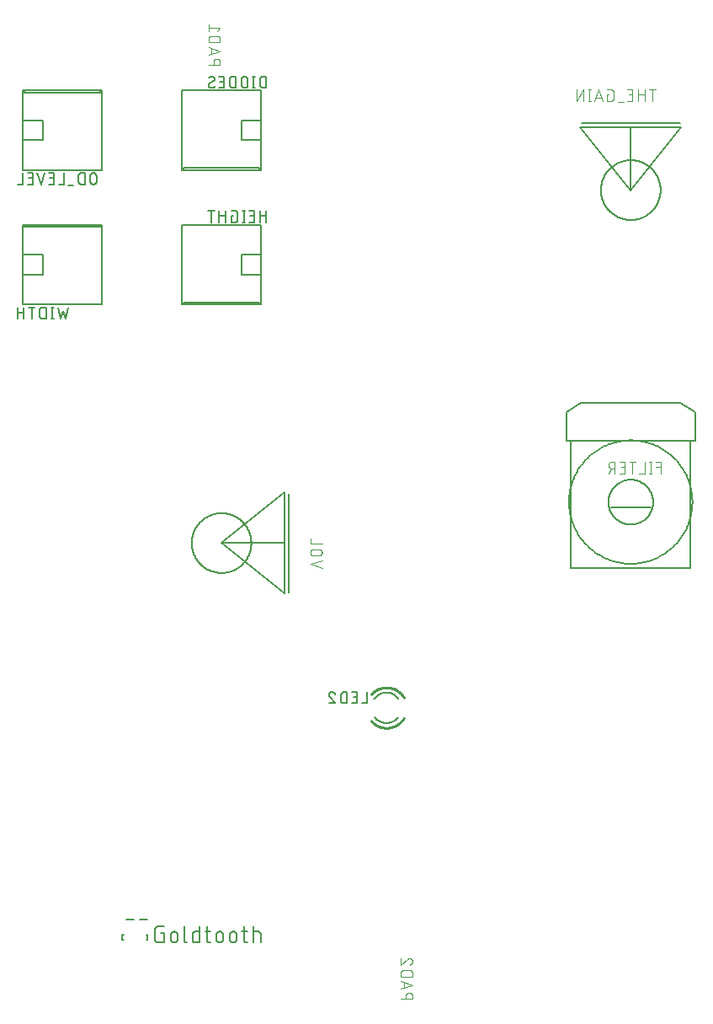
<source format=gbr>
G04 EAGLE Gerber X2 export*
%TF.Part,Single*%
%TF.FileFunction,Legend,Bot,1*%
%TF.FilePolarity,Positive*%
%TF.GenerationSoftware,Autodesk,EAGLE,9.2.0*%
%TF.CreationDate,2018-10-30T13:39:06Z*%
G75*
%MOMM*%
%FSLAX34Y34*%
%LPD*%
%INSilkscreen Bottom*%
%IPPOS*%
%AMOC8*
5,1,8,0,0,1.08239X$1,22.5*%
G01*
%ADD10C,0.152400*%
%ADD11C,0.127000*%
%ADD12C,0.254000*%
%ADD13C,0.203200*%
%ADD14C,0.101600*%
%ADD15C,0.200000*%


D10*
X197584Y73293D02*
X200293Y73293D01*
X200293Y64262D01*
X194874Y64262D01*
X194756Y64264D01*
X194638Y64270D01*
X194520Y64279D01*
X194403Y64293D01*
X194286Y64310D01*
X194169Y64331D01*
X194054Y64356D01*
X193939Y64385D01*
X193825Y64418D01*
X193713Y64454D01*
X193602Y64494D01*
X193492Y64537D01*
X193383Y64584D01*
X193276Y64634D01*
X193171Y64689D01*
X193068Y64746D01*
X192967Y64807D01*
X192867Y64871D01*
X192770Y64938D01*
X192675Y65008D01*
X192583Y65082D01*
X192492Y65158D01*
X192405Y65238D01*
X192320Y65320D01*
X192238Y65405D01*
X192158Y65492D01*
X192082Y65583D01*
X192008Y65675D01*
X191938Y65770D01*
X191871Y65867D01*
X191807Y65967D01*
X191746Y66068D01*
X191689Y66171D01*
X191634Y66276D01*
X191584Y66383D01*
X191537Y66492D01*
X191494Y66602D01*
X191454Y66713D01*
X191418Y66825D01*
X191385Y66939D01*
X191356Y67054D01*
X191331Y67169D01*
X191310Y67286D01*
X191293Y67403D01*
X191279Y67520D01*
X191270Y67638D01*
X191264Y67756D01*
X191262Y67874D01*
X191262Y76906D01*
X191264Y77024D01*
X191270Y77142D01*
X191279Y77260D01*
X191293Y77377D01*
X191310Y77494D01*
X191331Y77611D01*
X191356Y77726D01*
X191385Y77841D01*
X191418Y77955D01*
X191454Y78067D01*
X191494Y78178D01*
X191537Y78288D01*
X191584Y78397D01*
X191634Y78504D01*
X191688Y78609D01*
X191746Y78712D01*
X191807Y78813D01*
X191871Y78913D01*
X191938Y79010D01*
X192008Y79105D01*
X192082Y79197D01*
X192158Y79288D01*
X192238Y79375D01*
X192320Y79460D01*
X192405Y79542D01*
X192492Y79622D01*
X192583Y79698D01*
X192675Y79772D01*
X192770Y79842D01*
X192867Y79909D01*
X192967Y79973D01*
X193068Y80034D01*
X193171Y80091D01*
X193276Y80145D01*
X193383Y80196D01*
X193492Y80243D01*
X193602Y80286D01*
X193713Y80326D01*
X193825Y80362D01*
X193939Y80395D01*
X194054Y80424D01*
X194169Y80449D01*
X194286Y80470D01*
X194403Y80487D01*
X194520Y80501D01*
X194638Y80510D01*
X194756Y80516D01*
X194874Y80518D01*
X200293Y80518D01*
X207275Y71487D02*
X207275Y67874D01*
X207276Y71487D02*
X207278Y71606D01*
X207284Y71726D01*
X207294Y71845D01*
X207308Y71963D01*
X207325Y72082D01*
X207347Y72199D01*
X207372Y72316D01*
X207402Y72431D01*
X207435Y72546D01*
X207472Y72660D01*
X207512Y72772D01*
X207557Y72883D01*
X207605Y72992D01*
X207656Y73100D01*
X207711Y73206D01*
X207770Y73310D01*
X207832Y73412D01*
X207897Y73512D01*
X207966Y73610D01*
X208038Y73706D01*
X208113Y73799D01*
X208190Y73889D01*
X208271Y73977D01*
X208355Y74062D01*
X208442Y74144D01*
X208531Y74224D01*
X208623Y74300D01*
X208717Y74374D01*
X208814Y74444D01*
X208912Y74511D01*
X209013Y74575D01*
X209117Y74635D01*
X209222Y74692D01*
X209329Y74745D01*
X209437Y74795D01*
X209547Y74841D01*
X209659Y74883D01*
X209772Y74922D01*
X209886Y74957D01*
X210001Y74988D01*
X210118Y75016D01*
X210235Y75039D01*
X210352Y75059D01*
X210471Y75075D01*
X210590Y75087D01*
X210709Y75095D01*
X210828Y75099D01*
X210948Y75099D01*
X211067Y75095D01*
X211186Y75087D01*
X211305Y75075D01*
X211424Y75059D01*
X211541Y75039D01*
X211658Y75016D01*
X211775Y74988D01*
X211890Y74957D01*
X212004Y74922D01*
X212117Y74883D01*
X212229Y74841D01*
X212339Y74795D01*
X212447Y74745D01*
X212554Y74692D01*
X212659Y74635D01*
X212763Y74575D01*
X212864Y74511D01*
X212962Y74444D01*
X213059Y74374D01*
X213153Y74300D01*
X213245Y74224D01*
X213334Y74144D01*
X213421Y74062D01*
X213505Y73977D01*
X213586Y73889D01*
X213663Y73799D01*
X213738Y73706D01*
X213810Y73610D01*
X213879Y73512D01*
X213944Y73412D01*
X214006Y73310D01*
X214065Y73206D01*
X214120Y73100D01*
X214171Y72992D01*
X214219Y72883D01*
X214264Y72772D01*
X214304Y72660D01*
X214341Y72546D01*
X214374Y72431D01*
X214404Y72316D01*
X214429Y72199D01*
X214451Y72082D01*
X214468Y71963D01*
X214482Y71845D01*
X214492Y71726D01*
X214498Y71606D01*
X214500Y71487D01*
X214500Y67874D01*
X214498Y67755D01*
X214492Y67635D01*
X214482Y67516D01*
X214468Y67398D01*
X214451Y67279D01*
X214429Y67162D01*
X214404Y67045D01*
X214374Y66930D01*
X214341Y66815D01*
X214304Y66701D01*
X214264Y66589D01*
X214219Y66478D01*
X214171Y66369D01*
X214120Y66261D01*
X214065Y66155D01*
X214006Y66051D01*
X213944Y65949D01*
X213879Y65849D01*
X213810Y65751D01*
X213738Y65655D01*
X213663Y65562D01*
X213586Y65472D01*
X213505Y65384D01*
X213421Y65299D01*
X213334Y65217D01*
X213245Y65137D01*
X213153Y65061D01*
X213059Y64987D01*
X212962Y64917D01*
X212864Y64850D01*
X212763Y64786D01*
X212659Y64726D01*
X212554Y64669D01*
X212447Y64616D01*
X212339Y64566D01*
X212229Y64520D01*
X212117Y64478D01*
X212004Y64439D01*
X211890Y64404D01*
X211775Y64373D01*
X211658Y64345D01*
X211541Y64322D01*
X211424Y64302D01*
X211305Y64286D01*
X211186Y64274D01*
X211067Y64266D01*
X210948Y64262D01*
X210828Y64262D01*
X210709Y64266D01*
X210590Y64274D01*
X210471Y64286D01*
X210352Y64302D01*
X210235Y64322D01*
X210118Y64345D01*
X210001Y64373D01*
X209886Y64404D01*
X209772Y64439D01*
X209659Y64478D01*
X209547Y64520D01*
X209437Y64566D01*
X209329Y64616D01*
X209222Y64669D01*
X209117Y64726D01*
X209013Y64786D01*
X208912Y64850D01*
X208814Y64917D01*
X208717Y64987D01*
X208623Y65061D01*
X208531Y65137D01*
X208442Y65217D01*
X208355Y65299D01*
X208271Y65384D01*
X208190Y65472D01*
X208113Y65562D01*
X208038Y65655D01*
X207966Y65751D01*
X207897Y65849D01*
X207832Y65949D01*
X207770Y66051D01*
X207711Y66155D01*
X207656Y66261D01*
X207605Y66369D01*
X207557Y66478D01*
X207512Y66589D01*
X207472Y66701D01*
X207435Y66815D01*
X207402Y66930D01*
X207372Y67045D01*
X207347Y67162D01*
X207325Y67279D01*
X207308Y67398D01*
X207294Y67516D01*
X207284Y67635D01*
X207278Y67755D01*
X207276Y67874D01*
X221059Y66971D02*
X221059Y80518D01*
X221060Y66971D02*
X221062Y66870D01*
X221068Y66769D01*
X221077Y66668D01*
X221090Y66567D01*
X221107Y66467D01*
X221128Y66368D01*
X221152Y66270D01*
X221180Y66173D01*
X221212Y66076D01*
X221247Y65981D01*
X221286Y65888D01*
X221328Y65796D01*
X221374Y65705D01*
X221423Y65617D01*
X221475Y65530D01*
X221531Y65445D01*
X221589Y65362D01*
X221651Y65282D01*
X221716Y65204D01*
X221783Y65128D01*
X221853Y65055D01*
X221926Y64985D01*
X222002Y64918D01*
X222080Y64853D01*
X222160Y64791D01*
X222243Y64733D01*
X222328Y64677D01*
X222415Y64625D01*
X222503Y64576D01*
X222594Y64530D01*
X222686Y64488D01*
X222779Y64449D01*
X222874Y64414D01*
X222971Y64382D01*
X223068Y64354D01*
X223166Y64330D01*
X223265Y64309D01*
X223365Y64292D01*
X223466Y64279D01*
X223567Y64270D01*
X223668Y64264D01*
X223769Y64262D01*
X236311Y64262D02*
X236311Y80518D01*
X236311Y64262D02*
X231795Y64262D01*
X231694Y64264D01*
X231593Y64270D01*
X231492Y64279D01*
X231391Y64292D01*
X231291Y64309D01*
X231192Y64330D01*
X231094Y64354D01*
X230997Y64382D01*
X230900Y64414D01*
X230805Y64449D01*
X230712Y64488D01*
X230620Y64530D01*
X230529Y64576D01*
X230441Y64625D01*
X230354Y64677D01*
X230269Y64733D01*
X230186Y64791D01*
X230106Y64853D01*
X230028Y64918D01*
X229952Y64985D01*
X229879Y65055D01*
X229809Y65128D01*
X229742Y65204D01*
X229677Y65282D01*
X229615Y65362D01*
X229557Y65445D01*
X229501Y65530D01*
X229449Y65617D01*
X229400Y65705D01*
X229354Y65796D01*
X229312Y65888D01*
X229273Y65981D01*
X229238Y66076D01*
X229206Y66173D01*
X229178Y66270D01*
X229154Y66368D01*
X229133Y66467D01*
X229116Y66567D01*
X229103Y66668D01*
X229094Y66769D01*
X229088Y66870D01*
X229086Y66971D01*
X229086Y72390D01*
X229088Y72491D01*
X229094Y72592D01*
X229103Y72693D01*
X229116Y72794D01*
X229133Y72894D01*
X229154Y72993D01*
X229178Y73091D01*
X229206Y73188D01*
X229238Y73285D01*
X229273Y73380D01*
X229312Y73473D01*
X229354Y73565D01*
X229400Y73656D01*
X229449Y73745D01*
X229501Y73831D01*
X229557Y73916D01*
X229615Y73999D01*
X229677Y74079D01*
X229742Y74157D01*
X229809Y74233D01*
X229879Y74306D01*
X229952Y74376D01*
X230028Y74443D01*
X230106Y74508D01*
X230186Y74570D01*
X230269Y74628D01*
X230354Y74684D01*
X230441Y74736D01*
X230529Y74785D01*
X230620Y74831D01*
X230712Y74873D01*
X230805Y74912D01*
X230900Y74947D01*
X230997Y74979D01*
X231094Y75007D01*
X231192Y75031D01*
X231291Y75052D01*
X231391Y75069D01*
X231492Y75082D01*
X231593Y75091D01*
X231694Y75097D01*
X231795Y75099D01*
X236311Y75099D01*
X241930Y75099D02*
X247349Y75099D01*
X243736Y80518D02*
X243736Y66971D01*
X243738Y66870D01*
X243744Y66769D01*
X243753Y66668D01*
X243766Y66567D01*
X243783Y66467D01*
X243804Y66368D01*
X243828Y66270D01*
X243856Y66173D01*
X243888Y66076D01*
X243923Y65981D01*
X243962Y65888D01*
X244004Y65796D01*
X244050Y65705D01*
X244099Y65617D01*
X244151Y65530D01*
X244207Y65445D01*
X244265Y65362D01*
X244327Y65282D01*
X244392Y65204D01*
X244459Y65128D01*
X244529Y65055D01*
X244602Y64985D01*
X244678Y64918D01*
X244756Y64853D01*
X244836Y64791D01*
X244919Y64733D01*
X245004Y64677D01*
X245091Y64625D01*
X245179Y64576D01*
X245270Y64530D01*
X245362Y64488D01*
X245455Y64449D01*
X245550Y64414D01*
X245647Y64382D01*
X245744Y64354D01*
X245842Y64330D01*
X245941Y64309D01*
X246041Y64292D01*
X246142Y64279D01*
X246243Y64270D01*
X246344Y64264D01*
X246445Y64262D01*
X247349Y64262D01*
X253127Y67874D02*
X253127Y71487D01*
X253129Y71606D01*
X253135Y71726D01*
X253145Y71845D01*
X253159Y71963D01*
X253176Y72082D01*
X253198Y72199D01*
X253223Y72316D01*
X253253Y72431D01*
X253286Y72546D01*
X253323Y72660D01*
X253363Y72772D01*
X253408Y72883D01*
X253456Y72992D01*
X253507Y73100D01*
X253562Y73206D01*
X253621Y73310D01*
X253683Y73412D01*
X253748Y73512D01*
X253817Y73610D01*
X253889Y73706D01*
X253964Y73799D01*
X254041Y73889D01*
X254122Y73977D01*
X254206Y74062D01*
X254293Y74144D01*
X254382Y74224D01*
X254474Y74300D01*
X254568Y74374D01*
X254665Y74444D01*
X254763Y74511D01*
X254864Y74575D01*
X254968Y74635D01*
X255073Y74692D01*
X255180Y74745D01*
X255288Y74795D01*
X255398Y74841D01*
X255510Y74883D01*
X255623Y74922D01*
X255737Y74957D01*
X255852Y74988D01*
X255969Y75016D01*
X256086Y75039D01*
X256203Y75059D01*
X256322Y75075D01*
X256441Y75087D01*
X256560Y75095D01*
X256679Y75099D01*
X256799Y75099D01*
X256918Y75095D01*
X257037Y75087D01*
X257156Y75075D01*
X257275Y75059D01*
X257392Y75039D01*
X257509Y75016D01*
X257626Y74988D01*
X257741Y74957D01*
X257855Y74922D01*
X257968Y74883D01*
X258080Y74841D01*
X258190Y74795D01*
X258298Y74745D01*
X258405Y74692D01*
X258510Y74635D01*
X258614Y74575D01*
X258715Y74511D01*
X258813Y74444D01*
X258910Y74374D01*
X259004Y74300D01*
X259096Y74224D01*
X259185Y74144D01*
X259272Y74062D01*
X259356Y73977D01*
X259437Y73889D01*
X259514Y73799D01*
X259589Y73706D01*
X259661Y73610D01*
X259730Y73512D01*
X259795Y73412D01*
X259857Y73310D01*
X259916Y73206D01*
X259971Y73100D01*
X260022Y72992D01*
X260070Y72883D01*
X260115Y72772D01*
X260155Y72660D01*
X260192Y72546D01*
X260225Y72431D01*
X260255Y72316D01*
X260280Y72199D01*
X260302Y72082D01*
X260319Y71963D01*
X260333Y71845D01*
X260343Y71726D01*
X260349Y71606D01*
X260351Y71487D01*
X260352Y71487D02*
X260352Y67874D01*
X260351Y67874D02*
X260349Y67755D01*
X260343Y67635D01*
X260333Y67516D01*
X260319Y67398D01*
X260302Y67279D01*
X260280Y67162D01*
X260255Y67045D01*
X260225Y66930D01*
X260192Y66815D01*
X260155Y66701D01*
X260115Y66589D01*
X260070Y66478D01*
X260022Y66369D01*
X259971Y66261D01*
X259916Y66155D01*
X259857Y66051D01*
X259795Y65949D01*
X259730Y65849D01*
X259661Y65751D01*
X259589Y65655D01*
X259514Y65562D01*
X259437Y65472D01*
X259356Y65384D01*
X259272Y65299D01*
X259185Y65217D01*
X259096Y65137D01*
X259004Y65061D01*
X258910Y64987D01*
X258813Y64917D01*
X258715Y64850D01*
X258614Y64786D01*
X258510Y64726D01*
X258405Y64669D01*
X258298Y64616D01*
X258190Y64566D01*
X258080Y64520D01*
X257968Y64478D01*
X257855Y64439D01*
X257741Y64404D01*
X257626Y64373D01*
X257509Y64345D01*
X257392Y64322D01*
X257275Y64302D01*
X257156Y64286D01*
X257037Y64274D01*
X256918Y64266D01*
X256799Y64262D01*
X256679Y64262D01*
X256560Y64266D01*
X256441Y64274D01*
X256322Y64286D01*
X256203Y64302D01*
X256086Y64322D01*
X255969Y64345D01*
X255852Y64373D01*
X255737Y64404D01*
X255623Y64439D01*
X255510Y64478D01*
X255398Y64520D01*
X255288Y64566D01*
X255180Y64616D01*
X255073Y64669D01*
X254968Y64726D01*
X254864Y64786D01*
X254763Y64850D01*
X254665Y64917D01*
X254568Y64987D01*
X254474Y65061D01*
X254382Y65137D01*
X254293Y65217D01*
X254206Y65299D01*
X254122Y65384D01*
X254041Y65472D01*
X253964Y65562D01*
X253889Y65655D01*
X253817Y65751D01*
X253748Y65849D01*
X253683Y65949D01*
X253621Y66051D01*
X253562Y66155D01*
X253507Y66261D01*
X253456Y66369D01*
X253408Y66478D01*
X253363Y66589D01*
X253323Y66701D01*
X253286Y66815D01*
X253253Y66930D01*
X253223Y67045D01*
X253198Y67162D01*
X253176Y67279D01*
X253159Y67398D01*
X253145Y67516D01*
X253135Y67635D01*
X253129Y67755D01*
X253127Y67874D01*
X266674Y67874D02*
X266674Y71487D01*
X266676Y71606D01*
X266682Y71726D01*
X266692Y71845D01*
X266706Y71963D01*
X266723Y72082D01*
X266745Y72199D01*
X266770Y72316D01*
X266800Y72431D01*
X266833Y72546D01*
X266870Y72660D01*
X266910Y72772D01*
X266955Y72883D01*
X267003Y72992D01*
X267054Y73100D01*
X267109Y73206D01*
X267168Y73310D01*
X267230Y73412D01*
X267295Y73512D01*
X267364Y73610D01*
X267436Y73706D01*
X267511Y73799D01*
X267588Y73889D01*
X267669Y73977D01*
X267753Y74062D01*
X267840Y74144D01*
X267929Y74224D01*
X268021Y74300D01*
X268115Y74374D01*
X268212Y74444D01*
X268310Y74511D01*
X268411Y74575D01*
X268515Y74635D01*
X268620Y74692D01*
X268727Y74745D01*
X268835Y74795D01*
X268945Y74841D01*
X269057Y74883D01*
X269170Y74922D01*
X269284Y74957D01*
X269399Y74988D01*
X269516Y75016D01*
X269633Y75039D01*
X269750Y75059D01*
X269869Y75075D01*
X269988Y75087D01*
X270107Y75095D01*
X270226Y75099D01*
X270346Y75099D01*
X270465Y75095D01*
X270584Y75087D01*
X270703Y75075D01*
X270822Y75059D01*
X270939Y75039D01*
X271056Y75016D01*
X271173Y74988D01*
X271288Y74957D01*
X271402Y74922D01*
X271515Y74883D01*
X271627Y74841D01*
X271737Y74795D01*
X271845Y74745D01*
X271952Y74692D01*
X272057Y74635D01*
X272161Y74575D01*
X272262Y74511D01*
X272360Y74444D01*
X272457Y74374D01*
X272551Y74300D01*
X272643Y74224D01*
X272732Y74144D01*
X272819Y74062D01*
X272903Y73977D01*
X272984Y73889D01*
X273061Y73799D01*
X273136Y73706D01*
X273208Y73610D01*
X273277Y73512D01*
X273342Y73412D01*
X273404Y73310D01*
X273463Y73206D01*
X273518Y73100D01*
X273569Y72992D01*
X273617Y72883D01*
X273662Y72772D01*
X273702Y72660D01*
X273739Y72546D01*
X273772Y72431D01*
X273802Y72316D01*
X273827Y72199D01*
X273849Y72082D01*
X273866Y71963D01*
X273880Y71845D01*
X273890Y71726D01*
X273896Y71606D01*
X273898Y71487D01*
X273899Y71487D02*
X273899Y67874D01*
X273898Y67874D02*
X273896Y67755D01*
X273890Y67635D01*
X273880Y67516D01*
X273866Y67398D01*
X273849Y67279D01*
X273827Y67162D01*
X273802Y67045D01*
X273772Y66930D01*
X273739Y66815D01*
X273702Y66701D01*
X273662Y66589D01*
X273617Y66478D01*
X273569Y66369D01*
X273518Y66261D01*
X273463Y66155D01*
X273404Y66051D01*
X273342Y65949D01*
X273277Y65849D01*
X273208Y65751D01*
X273136Y65655D01*
X273061Y65562D01*
X272984Y65472D01*
X272903Y65384D01*
X272819Y65299D01*
X272732Y65217D01*
X272643Y65137D01*
X272551Y65061D01*
X272457Y64987D01*
X272360Y64917D01*
X272262Y64850D01*
X272161Y64786D01*
X272057Y64726D01*
X271952Y64669D01*
X271845Y64616D01*
X271737Y64566D01*
X271627Y64520D01*
X271515Y64478D01*
X271402Y64439D01*
X271288Y64404D01*
X271173Y64373D01*
X271056Y64345D01*
X270939Y64322D01*
X270822Y64302D01*
X270703Y64286D01*
X270584Y64274D01*
X270465Y64266D01*
X270346Y64262D01*
X270226Y64262D01*
X270107Y64266D01*
X269988Y64274D01*
X269869Y64286D01*
X269750Y64302D01*
X269633Y64322D01*
X269516Y64345D01*
X269399Y64373D01*
X269284Y64404D01*
X269170Y64439D01*
X269057Y64478D01*
X268945Y64520D01*
X268835Y64566D01*
X268727Y64616D01*
X268620Y64669D01*
X268515Y64726D01*
X268411Y64786D01*
X268310Y64850D01*
X268212Y64917D01*
X268115Y64987D01*
X268021Y65061D01*
X267929Y65137D01*
X267840Y65217D01*
X267753Y65299D01*
X267669Y65384D01*
X267588Y65472D01*
X267511Y65562D01*
X267436Y65655D01*
X267364Y65751D01*
X267295Y65849D01*
X267230Y65949D01*
X267168Y66051D01*
X267109Y66155D01*
X267054Y66261D01*
X267003Y66369D01*
X266955Y66478D01*
X266910Y66589D01*
X266870Y66701D01*
X266833Y66815D01*
X266800Y66930D01*
X266770Y67045D01*
X266745Y67162D01*
X266723Y67279D01*
X266706Y67398D01*
X266692Y67516D01*
X266682Y67635D01*
X266676Y67755D01*
X266674Y67874D01*
X278924Y75099D02*
X284342Y75099D01*
X280730Y80518D02*
X280730Y66971D01*
X280732Y66870D01*
X280738Y66769D01*
X280747Y66668D01*
X280760Y66567D01*
X280777Y66467D01*
X280798Y66368D01*
X280822Y66270D01*
X280850Y66173D01*
X280882Y66076D01*
X280917Y65981D01*
X280956Y65888D01*
X280998Y65796D01*
X281044Y65705D01*
X281093Y65617D01*
X281145Y65530D01*
X281201Y65445D01*
X281259Y65362D01*
X281321Y65282D01*
X281386Y65204D01*
X281453Y65128D01*
X281523Y65055D01*
X281596Y64985D01*
X281672Y64918D01*
X281750Y64853D01*
X281830Y64791D01*
X281913Y64733D01*
X281998Y64677D01*
X282085Y64625D01*
X282173Y64576D01*
X282264Y64530D01*
X282356Y64488D01*
X282449Y64449D01*
X282544Y64414D01*
X282641Y64382D01*
X282738Y64354D01*
X282836Y64330D01*
X282935Y64309D01*
X283035Y64292D01*
X283136Y64279D01*
X283237Y64270D01*
X283338Y64264D01*
X283439Y64262D01*
X284342Y64262D01*
X290642Y64262D02*
X290642Y80518D01*
X290642Y75099D02*
X295157Y75099D01*
X295261Y75097D01*
X295364Y75091D01*
X295468Y75081D01*
X295571Y75067D01*
X295673Y75049D01*
X295774Y75028D01*
X295875Y75002D01*
X295974Y74973D01*
X296073Y74940D01*
X296170Y74903D01*
X296265Y74862D01*
X296359Y74818D01*
X296451Y74770D01*
X296541Y74719D01*
X296630Y74664D01*
X296716Y74606D01*
X296799Y74544D01*
X296881Y74480D01*
X296959Y74412D01*
X297035Y74342D01*
X297109Y74269D01*
X297179Y74192D01*
X297247Y74114D01*
X297311Y74032D01*
X297373Y73949D01*
X297431Y73863D01*
X297486Y73774D01*
X297537Y73684D01*
X297585Y73592D01*
X297629Y73498D01*
X297670Y73403D01*
X297707Y73306D01*
X297740Y73207D01*
X297769Y73108D01*
X297795Y73007D01*
X297816Y72906D01*
X297834Y72804D01*
X297848Y72701D01*
X297858Y72597D01*
X297864Y72494D01*
X297866Y72390D01*
X297867Y72390D02*
X297867Y64262D01*
X298400Y705000D02*
X296500Y705000D01*
X218400Y705000D02*
X218400Y785000D01*
X278400Y755000D02*
X298400Y755000D01*
X278400Y755000D02*
X278400Y735000D01*
X298400Y735000D01*
X296500Y707060D02*
X296500Y705000D01*
X220300Y705000D02*
X220300Y707060D01*
X220300Y705000D02*
X218400Y705000D01*
X220300Y707060D02*
X296500Y707060D01*
X296500Y705000D02*
X220300Y705000D01*
X298400Y755000D02*
X298400Y785000D01*
X298400Y755000D02*
X298400Y735000D01*
X298400Y705000D01*
D11*
X298400Y785000D02*
X218400Y785000D01*
X303485Y787705D02*
X303485Y799135D01*
X303485Y794055D02*
X297135Y794055D01*
X297135Y799135D02*
X297135Y787705D01*
X291268Y787705D02*
X286188Y787705D01*
X291268Y787705D02*
X291268Y799135D01*
X286188Y799135D01*
X287458Y794055D02*
X291268Y794055D01*
X280879Y799135D02*
X280879Y787705D01*
X282149Y787705D02*
X279609Y787705D01*
X279609Y799135D02*
X282149Y799135D01*
X270084Y794055D02*
X268179Y794055D01*
X268179Y787705D01*
X271989Y787705D01*
X272089Y787707D01*
X272188Y787713D01*
X272288Y787723D01*
X272386Y787736D01*
X272485Y787754D01*
X272582Y787775D01*
X272678Y787800D01*
X272774Y787829D01*
X272868Y787862D01*
X272961Y787898D01*
X273052Y787938D01*
X273142Y787982D01*
X273230Y788029D01*
X273316Y788079D01*
X273400Y788133D01*
X273482Y788190D01*
X273561Y788250D01*
X273639Y788314D01*
X273713Y788380D01*
X273785Y788449D01*
X273854Y788521D01*
X273920Y788595D01*
X273984Y788673D01*
X274044Y788752D01*
X274101Y788834D01*
X274155Y788918D01*
X274205Y789004D01*
X274252Y789092D01*
X274296Y789182D01*
X274336Y789273D01*
X274372Y789366D01*
X274405Y789460D01*
X274434Y789556D01*
X274459Y789652D01*
X274480Y789749D01*
X274498Y789848D01*
X274511Y789946D01*
X274521Y790046D01*
X274527Y790145D01*
X274529Y790245D01*
X274529Y796595D01*
X274527Y796695D01*
X274521Y796794D01*
X274511Y796894D01*
X274498Y796992D01*
X274480Y797091D01*
X274459Y797188D01*
X274434Y797284D01*
X274405Y797380D01*
X274372Y797474D01*
X274336Y797567D01*
X274296Y797658D01*
X274252Y797748D01*
X274205Y797836D01*
X274155Y797922D01*
X274101Y798006D01*
X274044Y798088D01*
X273984Y798167D01*
X273920Y798245D01*
X273854Y798319D01*
X273785Y798391D01*
X273713Y798460D01*
X273639Y798526D01*
X273561Y798590D01*
X273482Y798650D01*
X273400Y798707D01*
X273316Y798761D01*
X273230Y798811D01*
X273142Y798858D01*
X273052Y798902D01*
X272961Y798942D01*
X272868Y798978D01*
X272774Y799011D01*
X272678Y799040D01*
X272582Y799065D01*
X272485Y799086D01*
X272386Y799104D01*
X272288Y799117D01*
X272188Y799127D01*
X272089Y799133D01*
X271989Y799135D01*
X268179Y799135D01*
X262337Y799135D02*
X262337Y787705D01*
X262337Y794055D02*
X255987Y794055D01*
X255987Y799135D02*
X255987Y787705D01*
X248113Y787705D02*
X248113Y799135D01*
X251288Y799135D02*
X244938Y799135D01*
D10*
X424200Y315240D02*
X423828Y315235D01*
X423457Y315222D01*
X423086Y315199D01*
X422716Y315168D01*
X422347Y315127D01*
X421979Y315077D01*
X421612Y315019D01*
X421247Y314951D01*
X420883Y314875D01*
X420522Y314790D01*
X420163Y314695D01*
X419806Y314593D01*
X419451Y314481D01*
X419100Y314361D01*
X418751Y314233D01*
X418406Y314096D01*
X418064Y313950D01*
X417726Y313797D01*
X417392Y313635D01*
X417062Y313465D01*
X416736Y313287D01*
X416414Y313101D01*
X416097Y312907D01*
X415785Y312706D01*
X415478Y312497D01*
X415176Y312281D01*
X414879Y312057D01*
X414588Y311827D01*
X414303Y311589D01*
X414023Y311344D01*
X413750Y311093D01*
X413483Y310835D01*
X413222Y310571D01*
X412967Y310300D01*
X412720Y310023D01*
X412479Y309740D01*
X412245Y309452D01*
X412018Y309158D01*
X411799Y308858D01*
X424200Y315240D02*
X424572Y315235D01*
X424943Y315222D01*
X425315Y315199D01*
X425685Y315167D01*
X426055Y315127D01*
X426423Y315077D01*
X426791Y315018D01*
X427156Y314951D01*
X427520Y314874D01*
X427882Y314788D01*
X428242Y314694D01*
X428599Y314591D01*
X428954Y314480D01*
X429306Y314359D01*
X429655Y314230D01*
X430000Y314093D01*
X430342Y313947D01*
X430681Y313793D01*
X431016Y313631D01*
X431346Y313461D01*
X431672Y313282D01*
X431994Y313096D01*
X432312Y312902D01*
X432624Y312700D01*
X432931Y312491D01*
X433233Y312274D01*
X433530Y312050D01*
X433822Y311819D01*
X434107Y311581D01*
X434387Y311335D01*
X434660Y311083D01*
X434928Y310825D01*
X435188Y310560D01*
X435443Y310289D01*
X435691Y310011D01*
X435931Y309728D01*
X436165Y309439D01*
X436392Y309144D01*
X424200Y284760D02*
X423835Y284764D01*
X423470Y284777D01*
X423106Y284799D01*
X422743Y284830D01*
X422380Y284869D01*
X422018Y284917D01*
X421658Y284974D01*
X421299Y285039D01*
X420941Y285112D01*
X420586Y285195D01*
X420233Y285285D01*
X419881Y285385D01*
X419533Y285492D01*
X419187Y285608D01*
X418844Y285732D01*
X418504Y285865D01*
X418167Y286005D01*
X417834Y286153D01*
X417504Y286310D01*
X417178Y286474D01*
X416856Y286646D01*
X416539Y286826D01*
X416226Y287013D01*
X415917Y287207D01*
X415613Y287409D01*
X415314Y287619D01*
X415020Y287835D01*
X414732Y288058D01*
X414449Y288288D01*
X414171Y288525D01*
X413899Y288768D01*
X413633Y289018D01*
X413373Y289274D01*
X413120Y289537D01*
X412872Y289805D01*
X412632Y290079D01*
X412397Y290359D01*
X412170Y290644D01*
X424200Y284760D02*
X424565Y284764D01*
X424930Y284777D01*
X425294Y284799D01*
X425657Y284830D01*
X426020Y284869D01*
X426382Y284917D01*
X426742Y284974D01*
X427101Y285039D01*
X427459Y285112D01*
X427814Y285195D01*
X428167Y285285D01*
X428519Y285385D01*
X428867Y285492D01*
X429213Y285608D01*
X429556Y285732D01*
X429896Y285865D01*
X430233Y286005D01*
X430566Y286153D01*
X430896Y286310D01*
X431222Y286474D01*
X431544Y286646D01*
X431861Y286826D01*
X432174Y287013D01*
X432483Y287207D01*
X432787Y287409D01*
X433086Y287619D01*
X433380Y287835D01*
X433668Y288058D01*
X433951Y288288D01*
X434229Y288525D01*
X434501Y288768D01*
X434767Y289018D01*
X435027Y289274D01*
X435280Y289537D01*
X435528Y289805D01*
X435768Y290079D01*
X436003Y290359D01*
X436230Y290644D01*
D12*
X424200Y320320D02*
X423706Y320314D01*
X423212Y320296D01*
X422718Y320266D01*
X422225Y320224D01*
X421734Y320170D01*
X421244Y320104D01*
X420756Y320026D01*
X420269Y319936D01*
X419785Y319835D01*
X419304Y319721D01*
X418826Y319596D01*
X418350Y319460D01*
X417879Y319312D01*
X417411Y319152D01*
X416947Y318981D01*
X416487Y318799D01*
X416032Y318606D01*
X415581Y318402D01*
X415136Y318187D01*
X414696Y317961D01*
X414262Y317724D01*
X413834Y317477D01*
X413412Y317220D01*
X412996Y316952D01*
X412587Y316674D01*
X412185Y316387D01*
X411789Y316090D01*
X411402Y315783D01*
X411021Y315467D01*
X410649Y315142D01*
X410284Y314807D01*
X409928Y314464D01*
X409581Y314113D01*
X409241Y313753D01*
X408911Y313385D01*
X408590Y313009D01*
X424200Y320320D02*
X424688Y320314D01*
X425175Y320297D01*
X425662Y320267D01*
X426149Y320226D01*
X426634Y320174D01*
X427118Y320109D01*
X427600Y320033D01*
X428080Y319946D01*
X428558Y319847D01*
X429033Y319737D01*
X429506Y319615D01*
X429975Y319482D01*
X430442Y319337D01*
X430904Y319182D01*
X431363Y319015D01*
X431818Y318838D01*
X432268Y318649D01*
X432713Y318450D01*
X433154Y318240D01*
X433590Y318020D01*
X434020Y317789D01*
X434444Y317548D01*
X434862Y317297D01*
X435275Y317036D01*
X435681Y316765D01*
X436080Y316485D01*
X436473Y316195D01*
X436858Y315895D01*
X437236Y315586D01*
X437607Y315269D01*
X437969Y314942D01*
X438324Y314607D01*
X438671Y314264D01*
X439009Y313912D01*
X439339Y313553D01*
X439660Y313185D01*
X439973Y312810D01*
X440276Y312427D01*
X440570Y312038D01*
X440854Y311641D01*
X441129Y311238D01*
X441394Y310828D01*
X441649Y310412D01*
X441894Y309990D01*
X442129Y309562D01*
X424200Y279680D02*
X423710Y279686D01*
X423220Y279704D01*
X422731Y279733D01*
X422242Y279775D01*
X421755Y279828D01*
X421269Y279892D01*
X420785Y279969D01*
X420303Y280057D01*
X419823Y280157D01*
X419345Y280268D01*
X418871Y280391D01*
X418399Y280526D01*
X417931Y280671D01*
X417467Y280828D01*
X417006Y280996D01*
X416550Y281175D01*
X416098Y281365D01*
X415651Y281566D01*
X415209Y281778D01*
X414772Y282000D01*
X414340Y282232D01*
X413914Y282475D01*
X413495Y282729D01*
X413081Y282992D01*
X412674Y283265D01*
X412274Y283548D01*
X411880Y283841D01*
X411494Y284142D01*
X411115Y284454D01*
X410744Y284774D01*
X410381Y285103D01*
X410025Y285440D01*
X409678Y285787D01*
X409340Y286141D01*
X409010Y286504D01*
X408688Y286874D01*
X424200Y279680D02*
X424697Y279686D01*
X425194Y279704D01*
X425690Y279735D01*
X426185Y279777D01*
X426679Y279832D01*
X427172Y279898D01*
X427662Y279977D01*
X428151Y280068D01*
X428637Y280170D01*
X429121Y280285D01*
X429601Y280411D01*
X430079Y280549D01*
X430553Y280698D01*
X431023Y280859D01*
X431489Y281032D01*
X431951Y281216D01*
X432408Y281411D01*
X432860Y281617D01*
X433307Y281834D01*
X433748Y282063D01*
X434184Y282301D01*
X434614Y282551D01*
X435037Y282811D01*
X435455Y283081D01*
X435865Y283361D01*
X436268Y283651D01*
X436665Y283951D01*
X437053Y284261D01*
X437434Y284580D01*
X437807Y284908D01*
X438172Y285245D01*
X438529Y285591D01*
X438877Y285946D01*
X439216Y286309D01*
X439547Y286680D01*
X439868Y287060D01*
X440180Y287447D01*
X440482Y287841D01*
X440774Y288243D01*
X441057Y288652D01*
X441329Y289067D01*
X441592Y289490D01*
X441843Y289918D01*
D11*
X404515Y304445D02*
X404515Y315875D01*
X404515Y304445D02*
X399435Y304445D01*
X394609Y304445D02*
X389529Y304445D01*
X394609Y304445D02*
X394609Y315875D01*
X389529Y315875D01*
X390799Y310795D02*
X394609Y310795D01*
X384728Y315875D02*
X384728Y304445D01*
X384728Y315875D02*
X381553Y315875D01*
X381442Y315873D01*
X381332Y315867D01*
X381221Y315858D01*
X381111Y315844D01*
X381002Y315827D01*
X380893Y315806D01*
X380785Y315781D01*
X380678Y315752D01*
X380572Y315720D01*
X380467Y315684D01*
X380364Y315644D01*
X380262Y315601D01*
X380161Y315554D01*
X380062Y315503D01*
X379966Y315450D01*
X379871Y315393D01*
X379778Y315332D01*
X379687Y315269D01*
X379598Y315202D01*
X379512Y315132D01*
X379429Y315059D01*
X379347Y314984D01*
X379269Y314906D01*
X379194Y314824D01*
X379121Y314741D01*
X379051Y314655D01*
X378984Y314566D01*
X378921Y314475D01*
X378860Y314382D01*
X378803Y314288D01*
X378750Y314191D01*
X378699Y314092D01*
X378652Y313991D01*
X378609Y313889D01*
X378569Y313786D01*
X378533Y313681D01*
X378501Y313575D01*
X378472Y313468D01*
X378447Y313360D01*
X378426Y313251D01*
X378409Y313142D01*
X378395Y313032D01*
X378386Y312921D01*
X378380Y312811D01*
X378378Y312700D01*
X378378Y307620D01*
X378380Y307509D01*
X378386Y307399D01*
X378395Y307288D01*
X378409Y307178D01*
X378426Y307069D01*
X378447Y306960D01*
X378472Y306852D01*
X378501Y306745D01*
X378533Y306639D01*
X378569Y306534D01*
X378609Y306431D01*
X378652Y306329D01*
X378699Y306228D01*
X378750Y306129D01*
X378803Y306033D01*
X378860Y305938D01*
X378921Y305845D01*
X378984Y305754D01*
X379051Y305665D01*
X379121Y305579D01*
X379194Y305496D01*
X379269Y305414D01*
X379347Y305336D01*
X379429Y305261D01*
X379512Y305188D01*
X379598Y305118D01*
X379687Y305051D01*
X379778Y304988D01*
X379871Y304927D01*
X379966Y304870D01*
X380062Y304817D01*
X380161Y304766D01*
X380262Y304719D01*
X380364Y304676D01*
X380467Y304636D01*
X380572Y304600D01*
X380678Y304568D01*
X380785Y304539D01*
X380893Y304514D01*
X381002Y304493D01*
X381111Y304476D01*
X381221Y304462D01*
X381332Y304453D01*
X381442Y304447D01*
X381553Y304445D01*
X384728Y304445D01*
X369425Y315876D02*
X369321Y315874D01*
X369216Y315868D01*
X369112Y315859D01*
X369009Y315846D01*
X368906Y315828D01*
X368804Y315808D01*
X368702Y315783D01*
X368602Y315755D01*
X368502Y315723D01*
X368404Y315687D01*
X368307Y315648D01*
X368212Y315606D01*
X368118Y315560D01*
X368026Y315510D01*
X367936Y315458D01*
X367848Y315402D01*
X367762Y315342D01*
X367678Y315280D01*
X367597Y315215D01*
X367518Y315147D01*
X367441Y315075D01*
X367368Y315002D01*
X367296Y314925D01*
X367228Y314846D01*
X367163Y314765D01*
X367101Y314681D01*
X367041Y314595D01*
X366985Y314507D01*
X366933Y314417D01*
X366883Y314325D01*
X366837Y314231D01*
X366795Y314136D01*
X366756Y314039D01*
X366720Y313941D01*
X366688Y313841D01*
X366660Y313741D01*
X366635Y313639D01*
X366615Y313537D01*
X366597Y313434D01*
X366584Y313331D01*
X366575Y313227D01*
X366569Y313122D01*
X366567Y313018D01*
X369425Y315875D02*
X369543Y315873D01*
X369662Y315867D01*
X369780Y315858D01*
X369897Y315845D01*
X370014Y315827D01*
X370131Y315807D01*
X370247Y315782D01*
X370362Y315754D01*
X370475Y315721D01*
X370588Y315686D01*
X370700Y315646D01*
X370810Y315604D01*
X370919Y315557D01*
X371027Y315507D01*
X371132Y315454D01*
X371236Y315397D01*
X371338Y315337D01*
X371438Y315274D01*
X371536Y315207D01*
X371632Y315138D01*
X371725Y315065D01*
X371816Y314989D01*
X371905Y314911D01*
X371991Y314829D01*
X372074Y314745D01*
X372155Y314659D01*
X372232Y314569D01*
X372307Y314478D01*
X372379Y314384D01*
X372448Y314287D01*
X372513Y314189D01*
X372576Y314088D01*
X372635Y313985D01*
X372691Y313881D01*
X372743Y313775D01*
X372792Y313667D01*
X372837Y313558D01*
X372879Y313447D01*
X372917Y313335D01*
X367520Y310796D02*
X367444Y310871D01*
X367369Y310950D01*
X367298Y311031D01*
X367229Y311115D01*
X367164Y311201D01*
X367102Y311289D01*
X367042Y311379D01*
X366986Y311471D01*
X366933Y311566D01*
X366884Y311662D01*
X366838Y311760D01*
X366795Y311859D01*
X366756Y311960D01*
X366721Y312062D01*
X366689Y312165D01*
X366661Y312269D01*
X366636Y312374D01*
X366615Y312481D01*
X366598Y312587D01*
X366585Y312694D01*
X366576Y312802D01*
X366570Y312910D01*
X366568Y313018D01*
X367520Y310795D02*
X372917Y304445D01*
X366567Y304445D01*
D10*
X298400Y840000D02*
X296500Y840000D01*
X218400Y840000D02*
X218400Y920000D01*
X278400Y890000D02*
X298400Y890000D01*
X278400Y890000D02*
X278400Y870000D01*
X298400Y870000D01*
X296500Y842060D02*
X296500Y840000D01*
X220300Y840000D02*
X220300Y842060D01*
X220300Y840000D02*
X218400Y840000D01*
X220300Y842060D02*
X296500Y842060D01*
X296500Y840000D02*
X220300Y840000D01*
X298400Y890000D02*
X298400Y920000D01*
X298400Y890000D02*
X298400Y870000D01*
X298400Y840000D01*
D11*
X298400Y920000D02*
X218400Y920000D01*
X303485Y922705D02*
X303485Y934135D01*
X300310Y934135D01*
X300199Y934133D01*
X300089Y934127D01*
X299978Y934118D01*
X299868Y934104D01*
X299759Y934087D01*
X299650Y934066D01*
X299542Y934041D01*
X299435Y934012D01*
X299329Y933980D01*
X299224Y933944D01*
X299121Y933904D01*
X299019Y933861D01*
X298918Y933814D01*
X298819Y933763D01*
X298723Y933710D01*
X298628Y933653D01*
X298535Y933592D01*
X298444Y933529D01*
X298355Y933462D01*
X298269Y933392D01*
X298186Y933319D01*
X298104Y933244D01*
X298026Y933166D01*
X297951Y933084D01*
X297878Y933001D01*
X297808Y932915D01*
X297741Y932826D01*
X297678Y932735D01*
X297617Y932642D01*
X297560Y932548D01*
X297507Y932451D01*
X297456Y932352D01*
X297409Y932251D01*
X297366Y932149D01*
X297326Y932046D01*
X297290Y931941D01*
X297258Y931835D01*
X297229Y931728D01*
X297204Y931620D01*
X297183Y931511D01*
X297166Y931402D01*
X297152Y931292D01*
X297143Y931181D01*
X297137Y931071D01*
X297135Y930960D01*
X297135Y925880D01*
X297137Y925769D01*
X297143Y925659D01*
X297152Y925548D01*
X297166Y925438D01*
X297183Y925329D01*
X297204Y925220D01*
X297229Y925112D01*
X297258Y925005D01*
X297290Y924899D01*
X297326Y924794D01*
X297366Y924691D01*
X297409Y924589D01*
X297456Y924488D01*
X297507Y924389D01*
X297560Y924293D01*
X297617Y924198D01*
X297678Y924105D01*
X297741Y924014D01*
X297808Y923925D01*
X297878Y923839D01*
X297951Y923756D01*
X298026Y923674D01*
X298104Y923596D01*
X298186Y923521D01*
X298269Y923448D01*
X298355Y923378D01*
X298444Y923311D01*
X298535Y923248D01*
X298628Y923187D01*
X298723Y923130D01*
X298819Y923077D01*
X298918Y923026D01*
X299019Y922979D01*
X299121Y922936D01*
X299224Y922896D01*
X299329Y922860D01*
X299435Y922828D01*
X299542Y922799D01*
X299650Y922774D01*
X299759Y922753D01*
X299868Y922736D01*
X299978Y922722D01*
X300089Y922713D01*
X300199Y922707D01*
X300310Y922705D01*
X303485Y922705D01*
X290785Y922705D02*
X290785Y934135D01*
X292055Y922705D02*
X289515Y922705D01*
X289515Y934135D02*
X292055Y934135D01*
X284816Y930960D02*
X284816Y925880D01*
X284816Y930960D02*
X284814Y931071D01*
X284808Y931181D01*
X284799Y931292D01*
X284785Y931402D01*
X284768Y931511D01*
X284747Y931620D01*
X284722Y931728D01*
X284693Y931835D01*
X284661Y931941D01*
X284625Y932046D01*
X284585Y932149D01*
X284542Y932251D01*
X284495Y932352D01*
X284444Y932451D01*
X284391Y932548D01*
X284334Y932642D01*
X284273Y932735D01*
X284210Y932826D01*
X284143Y932915D01*
X284073Y933001D01*
X284000Y933084D01*
X283925Y933166D01*
X283847Y933244D01*
X283765Y933319D01*
X283682Y933392D01*
X283596Y933462D01*
X283507Y933529D01*
X283416Y933592D01*
X283323Y933653D01*
X283229Y933710D01*
X283132Y933763D01*
X283033Y933814D01*
X282932Y933861D01*
X282830Y933904D01*
X282727Y933944D01*
X282622Y933980D01*
X282516Y934012D01*
X282409Y934041D01*
X282301Y934066D01*
X282192Y934087D01*
X282083Y934104D01*
X281973Y934118D01*
X281862Y934127D01*
X281752Y934133D01*
X281641Y934135D01*
X281530Y934133D01*
X281420Y934127D01*
X281309Y934118D01*
X281199Y934104D01*
X281090Y934087D01*
X280981Y934066D01*
X280873Y934041D01*
X280766Y934012D01*
X280660Y933980D01*
X280555Y933944D01*
X280452Y933904D01*
X280350Y933861D01*
X280249Y933814D01*
X280150Y933763D01*
X280054Y933710D01*
X279959Y933653D01*
X279866Y933592D01*
X279775Y933529D01*
X279686Y933462D01*
X279600Y933392D01*
X279517Y933319D01*
X279435Y933244D01*
X279357Y933166D01*
X279282Y933084D01*
X279209Y933001D01*
X279139Y932915D01*
X279072Y932826D01*
X279009Y932735D01*
X278948Y932642D01*
X278891Y932548D01*
X278838Y932451D01*
X278787Y932352D01*
X278740Y932251D01*
X278697Y932149D01*
X278657Y932046D01*
X278621Y931941D01*
X278589Y931835D01*
X278560Y931728D01*
X278535Y931620D01*
X278514Y931511D01*
X278497Y931402D01*
X278483Y931292D01*
X278474Y931181D01*
X278468Y931071D01*
X278466Y930960D01*
X278466Y925880D01*
X278468Y925769D01*
X278474Y925659D01*
X278483Y925548D01*
X278497Y925438D01*
X278514Y925329D01*
X278535Y925220D01*
X278560Y925112D01*
X278589Y925005D01*
X278621Y924899D01*
X278657Y924794D01*
X278697Y924691D01*
X278740Y924589D01*
X278787Y924488D01*
X278838Y924389D01*
X278891Y924293D01*
X278948Y924198D01*
X279009Y924105D01*
X279072Y924014D01*
X279139Y923925D01*
X279209Y923839D01*
X279282Y923756D01*
X279357Y923674D01*
X279435Y923596D01*
X279517Y923521D01*
X279600Y923448D01*
X279686Y923378D01*
X279775Y923311D01*
X279866Y923248D01*
X279959Y923187D01*
X280054Y923130D01*
X280150Y923077D01*
X280249Y923026D01*
X280350Y922979D01*
X280452Y922936D01*
X280555Y922896D01*
X280660Y922860D01*
X280766Y922828D01*
X280873Y922799D01*
X280981Y922774D01*
X281090Y922753D01*
X281199Y922736D01*
X281309Y922722D01*
X281420Y922713D01*
X281530Y922707D01*
X281641Y922705D01*
X281752Y922707D01*
X281862Y922713D01*
X281973Y922722D01*
X282083Y922736D01*
X282192Y922753D01*
X282301Y922774D01*
X282409Y922799D01*
X282516Y922828D01*
X282622Y922860D01*
X282727Y922896D01*
X282830Y922936D01*
X282932Y922979D01*
X283033Y923026D01*
X283132Y923077D01*
X283228Y923130D01*
X283323Y923187D01*
X283416Y923248D01*
X283507Y923311D01*
X283596Y923378D01*
X283682Y923448D01*
X283765Y923521D01*
X283847Y923596D01*
X283925Y923674D01*
X284000Y923756D01*
X284073Y923839D01*
X284143Y923925D01*
X284210Y924014D01*
X284273Y924105D01*
X284334Y924198D01*
X284391Y924293D01*
X284444Y924389D01*
X284495Y924488D01*
X284542Y924589D01*
X284585Y924691D01*
X284625Y924794D01*
X284661Y924899D01*
X284693Y925005D01*
X284722Y925112D01*
X284747Y925220D01*
X284768Y925329D01*
X284785Y925438D01*
X284799Y925548D01*
X284808Y925659D01*
X284814Y925769D01*
X284816Y925880D01*
X273005Y922705D02*
X273005Y934135D01*
X269830Y934135D01*
X269719Y934133D01*
X269609Y934127D01*
X269498Y934118D01*
X269388Y934104D01*
X269279Y934087D01*
X269170Y934066D01*
X269062Y934041D01*
X268955Y934012D01*
X268849Y933980D01*
X268744Y933944D01*
X268641Y933904D01*
X268539Y933861D01*
X268438Y933814D01*
X268339Y933763D01*
X268243Y933710D01*
X268148Y933653D01*
X268055Y933592D01*
X267964Y933529D01*
X267875Y933462D01*
X267789Y933392D01*
X267706Y933319D01*
X267624Y933244D01*
X267546Y933166D01*
X267471Y933084D01*
X267398Y933001D01*
X267328Y932915D01*
X267261Y932826D01*
X267198Y932735D01*
X267137Y932642D01*
X267080Y932548D01*
X267027Y932451D01*
X266976Y932352D01*
X266929Y932251D01*
X266886Y932149D01*
X266846Y932046D01*
X266810Y931941D01*
X266778Y931835D01*
X266749Y931728D01*
X266724Y931620D01*
X266703Y931511D01*
X266686Y931402D01*
X266672Y931292D01*
X266663Y931181D01*
X266657Y931071D01*
X266655Y930960D01*
X266655Y925880D01*
X266657Y925769D01*
X266663Y925659D01*
X266672Y925548D01*
X266686Y925438D01*
X266703Y925329D01*
X266724Y925220D01*
X266749Y925112D01*
X266778Y925005D01*
X266810Y924899D01*
X266846Y924794D01*
X266886Y924691D01*
X266929Y924589D01*
X266976Y924488D01*
X267027Y924389D01*
X267080Y924293D01*
X267137Y924198D01*
X267198Y924105D01*
X267261Y924014D01*
X267328Y923925D01*
X267398Y923839D01*
X267471Y923756D01*
X267546Y923674D01*
X267624Y923596D01*
X267706Y923521D01*
X267789Y923448D01*
X267875Y923378D01*
X267964Y923311D01*
X268055Y923248D01*
X268148Y923187D01*
X268243Y923130D01*
X268339Y923077D01*
X268438Y923026D01*
X268539Y922979D01*
X268641Y922936D01*
X268744Y922896D01*
X268849Y922860D01*
X268955Y922828D01*
X269062Y922799D01*
X269170Y922774D01*
X269279Y922753D01*
X269388Y922736D01*
X269498Y922722D01*
X269609Y922713D01*
X269719Y922707D01*
X269830Y922705D01*
X273005Y922705D01*
X260788Y922705D02*
X255708Y922705D01*
X260788Y922705D02*
X260788Y934135D01*
X255708Y934135D01*
X256978Y929055D02*
X260788Y929055D01*
X247859Y922705D02*
X247759Y922707D01*
X247660Y922713D01*
X247560Y922723D01*
X247462Y922736D01*
X247363Y922754D01*
X247266Y922775D01*
X247170Y922800D01*
X247074Y922829D01*
X246980Y922862D01*
X246887Y922898D01*
X246796Y922938D01*
X246706Y922982D01*
X246618Y923029D01*
X246532Y923079D01*
X246448Y923133D01*
X246366Y923190D01*
X246287Y923250D01*
X246209Y923314D01*
X246135Y923380D01*
X246063Y923449D01*
X245994Y923521D01*
X245928Y923595D01*
X245864Y923673D01*
X245804Y923752D01*
X245747Y923834D01*
X245693Y923918D01*
X245643Y924004D01*
X245596Y924092D01*
X245552Y924182D01*
X245512Y924273D01*
X245476Y924366D01*
X245443Y924460D01*
X245414Y924556D01*
X245389Y924652D01*
X245368Y924749D01*
X245350Y924848D01*
X245337Y924946D01*
X245327Y925046D01*
X245321Y925145D01*
X245319Y925245D01*
X247859Y922705D02*
X248000Y922707D01*
X248141Y922712D01*
X248282Y922722D01*
X248423Y922735D01*
X248563Y922751D01*
X248703Y922772D01*
X248842Y922796D01*
X248981Y922824D01*
X249118Y922855D01*
X249255Y922890D01*
X249391Y922928D01*
X249526Y922970D01*
X249659Y923016D01*
X249792Y923065D01*
X249923Y923118D01*
X250052Y923174D01*
X250181Y923233D01*
X250307Y923296D01*
X250432Y923362D01*
X250555Y923431D01*
X250676Y923504D01*
X250795Y923580D01*
X250913Y923659D01*
X251028Y923740D01*
X251140Y923825D01*
X251251Y923913D01*
X251359Y924004D01*
X251465Y924097D01*
X251568Y924194D01*
X251669Y924293D01*
X251352Y931595D02*
X251350Y931695D01*
X251344Y931794D01*
X251334Y931894D01*
X251321Y931992D01*
X251303Y932091D01*
X251282Y932188D01*
X251257Y932284D01*
X251228Y932380D01*
X251195Y932474D01*
X251159Y932567D01*
X251119Y932658D01*
X251075Y932748D01*
X251028Y932836D01*
X250978Y932922D01*
X250924Y933006D01*
X250867Y933088D01*
X250807Y933167D01*
X250743Y933245D01*
X250677Y933319D01*
X250608Y933391D01*
X250536Y933460D01*
X250462Y933526D01*
X250384Y933590D01*
X250305Y933650D01*
X250223Y933707D01*
X250139Y933761D01*
X250053Y933811D01*
X249965Y933858D01*
X249875Y933902D01*
X249784Y933942D01*
X249691Y933978D01*
X249597Y934011D01*
X249501Y934040D01*
X249405Y934065D01*
X249308Y934086D01*
X249209Y934104D01*
X249111Y934117D01*
X249011Y934127D01*
X248912Y934133D01*
X248812Y934135D01*
X248812Y934136D02*
X248679Y934134D01*
X248546Y934129D01*
X248413Y934119D01*
X248280Y934106D01*
X248148Y934089D01*
X248016Y934069D01*
X247885Y934045D01*
X247755Y934017D01*
X247625Y933986D01*
X247497Y933951D01*
X247369Y933912D01*
X247243Y933870D01*
X247118Y933824D01*
X246994Y933775D01*
X246871Y933723D01*
X246750Y933667D01*
X246631Y933607D01*
X246513Y933545D01*
X246398Y933479D01*
X246284Y933410D01*
X246172Y933337D01*
X246062Y933262D01*
X245954Y933183D01*
X250082Y929372D02*
X250166Y929424D01*
X250249Y929479D01*
X250329Y929538D01*
X250407Y929599D01*
X250482Y929663D01*
X250555Y929731D01*
X250626Y929801D01*
X250693Y929873D01*
X250758Y929948D01*
X250820Y930026D01*
X250879Y930106D01*
X250935Y930188D01*
X250987Y930272D01*
X251036Y930358D01*
X251082Y930446D01*
X251125Y930536D01*
X251164Y930627D01*
X251199Y930720D01*
X251231Y930814D01*
X251259Y930909D01*
X251284Y931005D01*
X251304Y931102D01*
X251322Y931200D01*
X251335Y931298D01*
X251344Y931397D01*
X251350Y931496D01*
X251352Y931595D01*
X246589Y927468D02*
X246505Y927416D01*
X246422Y927361D01*
X246342Y927302D01*
X246264Y927241D01*
X246189Y927177D01*
X246116Y927109D01*
X246045Y927039D01*
X245978Y926967D01*
X245913Y926892D01*
X245851Y926814D01*
X245792Y926734D01*
X245736Y926652D01*
X245684Y926568D01*
X245635Y926482D01*
X245589Y926394D01*
X245546Y926304D01*
X245507Y926213D01*
X245472Y926120D01*
X245440Y926026D01*
X245412Y925931D01*
X245387Y925835D01*
X245367Y925738D01*
X245349Y925640D01*
X245336Y925542D01*
X245327Y925443D01*
X245321Y925344D01*
X245319Y925245D01*
X246589Y927468D02*
X250082Y929373D01*
D10*
X60300Y920000D02*
X58400Y920000D01*
X138400Y920000D02*
X138400Y840000D01*
X78400Y870000D02*
X58400Y870000D01*
X78400Y870000D02*
X78400Y890000D01*
X58400Y890000D01*
X60300Y917940D02*
X60300Y920000D01*
X136500Y920000D02*
X136500Y917940D01*
X136500Y920000D02*
X138400Y920000D01*
X136500Y917940D02*
X60300Y917940D01*
X60300Y920000D02*
X136500Y920000D01*
X58400Y870000D02*
X58400Y840000D01*
X58400Y870000D02*
X58400Y890000D01*
X58400Y920000D01*
D11*
X58400Y840000D02*
X138400Y840000D01*
X132715Y834120D02*
X132715Y829040D01*
X132715Y834120D02*
X132713Y834231D01*
X132707Y834341D01*
X132698Y834452D01*
X132684Y834562D01*
X132667Y834671D01*
X132646Y834780D01*
X132621Y834888D01*
X132592Y834995D01*
X132560Y835101D01*
X132524Y835206D01*
X132484Y835309D01*
X132441Y835411D01*
X132394Y835512D01*
X132343Y835611D01*
X132290Y835708D01*
X132233Y835802D01*
X132172Y835895D01*
X132109Y835986D01*
X132042Y836075D01*
X131972Y836161D01*
X131899Y836244D01*
X131824Y836326D01*
X131746Y836404D01*
X131664Y836479D01*
X131581Y836552D01*
X131495Y836622D01*
X131406Y836689D01*
X131315Y836752D01*
X131222Y836813D01*
X131128Y836870D01*
X131031Y836923D01*
X130932Y836974D01*
X130831Y837021D01*
X130729Y837064D01*
X130626Y837104D01*
X130521Y837140D01*
X130415Y837172D01*
X130308Y837201D01*
X130200Y837226D01*
X130091Y837247D01*
X129982Y837264D01*
X129872Y837278D01*
X129761Y837287D01*
X129651Y837293D01*
X129540Y837295D01*
X129429Y837293D01*
X129319Y837287D01*
X129208Y837278D01*
X129098Y837264D01*
X128989Y837247D01*
X128880Y837226D01*
X128772Y837201D01*
X128665Y837172D01*
X128559Y837140D01*
X128454Y837104D01*
X128351Y837064D01*
X128249Y837021D01*
X128148Y836974D01*
X128049Y836923D01*
X127953Y836870D01*
X127858Y836813D01*
X127765Y836752D01*
X127674Y836689D01*
X127585Y836622D01*
X127499Y836552D01*
X127416Y836479D01*
X127334Y836404D01*
X127256Y836326D01*
X127181Y836244D01*
X127108Y836161D01*
X127038Y836075D01*
X126971Y835986D01*
X126908Y835895D01*
X126847Y835802D01*
X126790Y835708D01*
X126737Y835611D01*
X126686Y835512D01*
X126639Y835411D01*
X126596Y835309D01*
X126556Y835206D01*
X126520Y835101D01*
X126488Y834995D01*
X126459Y834888D01*
X126434Y834780D01*
X126413Y834671D01*
X126396Y834562D01*
X126382Y834452D01*
X126373Y834341D01*
X126367Y834231D01*
X126365Y834120D01*
X126365Y829040D01*
X126367Y828929D01*
X126373Y828819D01*
X126382Y828708D01*
X126396Y828598D01*
X126413Y828489D01*
X126434Y828380D01*
X126459Y828272D01*
X126488Y828165D01*
X126520Y828059D01*
X126556Y827954D01*
X126596Y827851D01*
X126639Y827749D01*
X126686Y827648D01*
X126737Y827549D01*
X126790Y827453D01*
X126847Y827358D01*
X126908Y827265D01*
X126971Y827174D01*
X127038Y827085D01*
X127108Y826999D01*
X127181Y826916D01*
X127256Y826834D01*
X127334Y826756D01*
X127416Y826681D01*
X127499Y826608D01*
X127585Y826538D01*
X127674Y826471D01*
X127765Y826408D01*
X127858Y826347D01*
X127953Y826290D01*
X128049Y826237D01*
X128148Y826186D01*
X128249Y826139D01*
X128351Y826096D01*
X128454Y826056D01*
X128559Y826020D01*
X128665Y825988D01*
X128772Y825959D01*
X128880Y825934D01*
X128989Y825913D01*
X129098Y825896D01*
X129208Y825882D01*
X129319Y825873D01*
X129429Y825867D01*
X129540Y825865D01*
X129651Y825867D01*
X129761Y825873D01*
X129872Y825882D01*
X129982Y825896D01*
X130091Y825913D01*
X130200Y825934D01*
X130308Y825959D01*
X130415Y825988D01*
X130521Y826020D01*
X130626Y826056D01*
X130729Y826096D01*
X130831Y826139D01*
X130932Y826186D01*
X131031Y826237D01*
X131127Y826290D01*
X131222Y826347D01*
X131315Y826408D01*
X131406Y826471D01*
X131495Y826538D01*
X131581Y826608D01*
X131664Y826681D01*
X131746Y826756D01*
X131824Y826834D01*
X131899Y826916D01*
X131972Y826999D01*
X132042Y827085D01*
X132109Y827174D01*
X132172Y827265D01*
X132233Y827358D01*
X132290Y827453D01*
X132343Y827549D01*
X132394Y827648D01*
X132441Y827749D01*
X132484Y827851D01*
X132524Y827954D01*
X132560Y828059D01*
X132592Y828165D01*
X132621Y828272D01*
X132646Y828380D01*
X132667Y828489D01*
X132684Y828598D01*
X132698Y828708D01*
X132707Y828819D01*
X132713Y828929D01*
X132715Y829040D01*
X120904Y825865D02*
X120904Y837295D01*
X117729Y837295D01*
X117618Y837293D01*
X117508Y837287D01*
X117397Y837278D01*
X117287Y837264D01*
X117178Y837247D01*
X117069Y837226D01*
X116961Y837201D01*
X116854Y837172D01*
X116748Y837140D01*
X116643Y837104D01*
X116540Y837064D01*
X116438Y837021D01*
X116337Y836974D01*
X116238Y836923D01*
X116142Y836870D01*
X116047Y836813D01*
X115954Y836752D01*
X115863Y836689D01*
X115774Y836622D01*
X115688Y836552D01*
X115605Y836479D01*
X115523Y836404D01*
X115445Y836326D01*
X115370Y836244D01*
X115297Y836161D01*
X115227Y836075D01*
X115160Y835986D01*
X115097Y835895D01*
X115036Y835802D01*
X114979Y835708D01*
X114926Y835611D01*
X114875Y835512D01*
X114828Y835411D01*
X114785Y835309D01*
X114745Y835206D01*
X114709Y835101D01*
X114677Y834995D01*
X114648Y834888D01*
X114623Y834780D01*
X114602Y834671D01*
X114585Y834562D01*
X114571Y834452D01*
X114562Y834341D01*
X114556Y834231D01*
X114554Y834120D01*
X114554Y829040D01*
X114556Y828929D01*
X114562Y828819D01*
X114571Y828708D01*
X114585Y828598D01*
X114602Y828489D01*
X114623Y828380D01*
X114648Y828272D01*
X114677Y828165D01*
X114709Y828059D01*
X114745Y827954D01*
X114785Y827851D01*
X114828Y827749D01*
X114875Y827648D01*
X114926Y827549D01*
X114979Y827453D01*
X115036Y827358D01*
X115097Y827265D01*
X115160Y827174D01*
X115227Y827085D01*
X115297Y826999D01*
X115370Y826916D01*
X115445Y826834D01*
X115523Y826756D01*
X115605Y826681D01*
X115688Y826608D01*
X115774Y826538D01*
X115863Y826471D01*
X115954Y826408D01*
X116047Y826347D01*
X116142Y826290D01*
X116238Y826237D01*
X116337Y826186D01*
X116438Y826139D01*
X116540Y826096D01*
X116643Y826056D01*
X116748Y826020D01*
X116854Y825988D01*
X116961Y825959D01*
X117069Y825934D01*
X117178Y825913D01*
X117287Y825896D01*
X117397Y825882D01*
X117508Y825873D01*
X117618Y825867D01*
X117729Y825865D01*
X120904Y825865D01*
X109601Y824595D02*
X104521Y824595D01*
X99543Y825865D02*
X99543Y837295D01*
X99543Y825865D02*
X94463Y825865D01*
X89637Y825865D02*
X84557Y825865D01*
X89637Y825865D02*
X89637Y837295D01*
X84557Y837295D01*
X85827Y832215D02*
X89637Y832215D01*
X80772Y837295D02*
X76962Y825865D01*
X73152Y837295D01*
X68301Y825865D02*
X63221Y825865D01*
X68301Y825865D02*
X68301Y837295D01*
X63221Y837295D01*
X64491Y832215D02*
X68301Y832215D01*
X58395Y837295D02*
X58395Y825865D01*
X53315Y825865D01*
X640000Y820000D02*
X640009Y820736D01*
X640036Y821472D01*
X640081Y822207D01*
X640144Y822941D01*
X640226Y823672D01*
X640325Y824402D01*
X640442Y825129D01*
X640576Y825853D01*
X640729Y826573D01*
X640899Y827289D01*
X641087Y828001D01*
X641292Y828709D01*
X641514Y829410D01*
X641754Y830107D01*
X642010Y830797D01*
X642284Y831481D01*
X642574Y832157D01*
X642880Y832827D01*
X643203Y833488D01*
X643542Y834142D01*
X643897Y834787D01*
X644268Y835423D01*
X644654Y836050D01*
X645056Y836667D01*
X645472Y837274D01*
X645904Y837871D01*
X646350Y838457D01*
X646810Y839032D01*
X647284Y839595D01*
X647771Y840147D01*
X648273Y840686D01*
X648787Y841213D01*
X649314Y841727D01*
X649853Y842229D01*
X650405Y842716D01*
X650968Y843190D01*
X651543Y843650D01*
X652129Y844096D01*
X652726Y844528D01*
X653333Y844944D01*
X653950Y845346D01*
X654577Y845732D01*
X655213Y846103D01*
X655858Y846458D01*
X656512Y846797D01*
X657173Y847120D01*
X657843Y847426D01*
X658519Y847716D01*
X659203Y847990D01*
X659893Y848246D01*
X660590Y848486D01*
X661291Y848708D01*
X661999Y848913D01*
X662711Y849101D01*
X663427Y849271D01*
X664147Y849424D01*
X664871Y849558D01*
X665598Y849675D01*
X666328Y849774D01*
X667059Y849856D01*
X667793Y849919D01*
X668528Y849964D01*
X669264Y849991D01*
X670000Y850000D01*
X670736Y849991D01*
X671472Y849964D01*
X672207Y849919D01*
X672941Y849856D01*
X673672Y849774D01*
X674402Y849675D01*
X675129Y849558D01*
X675853Y849424D01*
X676573Y849271D01*
X677289Y849101D01*
X678001Y848913D01*
X678709Y848708D01*
X679410Y848486D01*
X680107Y848246D01*
X680797Y847990D01*
X681481Y847716D01*
X682157Y847426D01*
X682827Y847120D01*
X683488Y846797D01*
X684142Y846458D01*
X684787Y846103D01*
X685423Y845732D01*
X686050Y845346D01*
X686667Y844944D01*
X687274Y844528D01*
X687871Y844096D01*
X688457Y843650D01*
X689032Y843190D01*
X689595Y842716D01*
X690147Y842229D01*
X690686Y841727D01*
X691213Y841213D01*
X691727Y840686D01*
X692229Y840147D01*
X692716Y839595D01*
X693190Y839032D01*
X693650Y838457D01*
X694096Y837871D01*
X694528Y837274D01*
X694944Y836667D01*
X695346Y836050D01*
X695732Y835423D01*
X696103Y834787D01*
X696458Y834142D01*
X696797Y833488D01*
X697120Y832827D01*
X697426Y832157D01*
X697716Y831481D01*
X697990Y830797D01*
X698246Y830107D01*
X698486Y829410D01*
X698708Y828709D01*
X698913Y828001D01*
X699101Y827289D01*
X699271Y826573D01*
X699424Y825853D01*
X699558Y825129D01*
X699675Y824402D01*
X699774Y823672D01*
X699856Y822941D01*
X699919Y822207D01*
X699964Y821472D01*
X699991Y820736D01*
X700000Y820000D01*
X699991Y819264D01*
X699964Y818528D01*
X699919Y817793D01*
X699856Y817059D01*
X699774Y816328D01*
X699675Y815598D01*
X699558Y814871D01*
X699424Y814147D01*
X699271Y813427D01*
X699101Y812711D01*
X698913Y811999D01*
X698708Y811291D01*
X698486Y810590D01*
X698246Y809893D01*
X697990Y809203D01*
X697716Y808519D01*
X697426Y807843D01*
X697120Y807173D01*
X696797Y806512D01*
X696458Y805858D01*
X696103Y805213D01*
X695732Y804577D01*
X695346Y803950D01*
X694944Y803333D01*
X694528Y802726D01*
X694096Y802129D01*
X693650Y801543D01*
X693190Y800968D01*
X692716Y800405D01*
X692229Y799853D01*
X691727Y799314D01*
X691213Y798787D01*
X690686Y798273D01*
X690147Y797771D01*
X689595Y797284D01*
X689032Y796810D01*
X688457Y796350D01*
X687871Y795904D01*
X687274Y795472D01*
X686667Y795056D01*
X686050Y794654D01*
X685423Y794268D01*
X684787Y793897D01*
X684142Y793542D01*
X683488Y793203D01*
X682827Y792880D01*
X682157Y792574D01*
X681481Y792284D01*
X680797Y792010D01*
X680107Y791754D01*
X679410Y791514D01*
X678709Y791292D01*
X678001Y791087D01*
X677289Y790899D01*
X676573Y790729D01*
X675853Y790576D01*
X675129Y790442D01*
X674402Y790325D01*
X673672Y790226D01*
X672941Y790144D01*
X672207Y790081D01*
X671472Y790036D01*
X670736Y790009D01*
X670000Y790000D01*
X669264Y790009D01*
X668528Y790036D01*
X667793Y790081D01*
X667059Y790144D01*
X666328Y790226D01*
X665598Y790325D01*
X664871Y790442D01*
X664147Y790576D01*
X663427Y790729D01*
X662711Y790899D01*
X661999Y791087D01*
X661291Y791292D01*
X660590Y791514D01*
X659893Y791754D01*
X659203Y792010D01*
X658519Y792284D01*
X657843Y792574D01*
X657173Y792880D01*
X656512Y793203D01*
X655858Y793542D01*
X655213Y793897D01*
X654577Y794268D01*
X653950Y794654D01*
X653333Y795056D01*
X652726Y795472D01*
X652129Y795904D01*
X651543Y796350D01*
X650968Y796810D01*
X650405Y797284D01*
X649853Y797771D01*
X649314Y798273D01*
X648787Y798787D01*
X648273Y799314D01*
X647771Y799853D01*
X647284Y800405D01*
X646810Y800968D01*
X646350Y801543D01*
X645904Y802129D01*
X645472Y802726D01*
X645056Y803333D01*
X644654Y803950D01*
X644268Y804577D01*
X643897Y805213D01*
X643542Y805858D01*
X643203Y806512D01*
X642880Y807173D01*
X642574Y807843D01*
X642284Y808519D01*
X642010Y809203D01*
X641754Y809893D01*
X641514Y810590D01*
X641292Y811291D01*
X641087Y811999D01*
X640899Y812711D01*
X640729Y813427D01*
X640576Y814147D01*
X640442Y814871D01*
X640325Y815598D01*
X640226Y816328D01*
X640144Y817059D01*
X640081Y817793D01*
X640036Y818528D01*
X640009Y819264D01*
X640000Y820000D01*
D13*
X620700Y887300D02*
X719300Y887300D01*
D11*
X670000Y883500D02*
X670000Y820000D01*
X670000Y883500D02*
X619200Y883500D01*
X670000Y820000D01*
X720800Y883500D01*
X670000Y883500D01*
D14*
X691646Y909408D02*
X691646Y921092D01*
X688401Y921092D02*
X694892Y921092D01*
X683843Y921092D02*
X683843Y909408D01*
X683843Y915899D02*
X677352Y915899D01*
X677352Y921092D02*
X677352Y909408D01*
X671628Y909408D02*
X666436Y909408D01*
X671628Y909408D02*
X671628Y921092D01*
X666436Y921092D01*
X667734Y915899D02*
X671628Y915899D01*
X662620Y908110D02*
X657427Y908110D01*
X648057Y915899D02*
X646110Y915899D01*
X646110Y909408D01*
X650005Y909408D01*
X650104Y909410D01*
X650204Y909416D01*
X650303Y909425D01*
X650401Y909438D01*
X650499Y909455D01*
X650597Y909476D01*
X650693Y909501D01*
X650788Y909529D01*
X650882Y909561D01*
X650975Y909596D01*
X651067Y909635D01*
X651157Y909678D01*
X651245Y909723D01*
X651332Y909773D01*
X651416Y909825D01*
X651499Y909881D01*
X651579Y909939D01*
X651657Y910001D01*
X651732Y910066D01*
X651805Y910134D01*
X651875Y910204D01*
X651943Y910277D01*
X652008Y910352D01*
X652070Y910430D01*
X652128Y910510D01*
X652184Y910593D01*
X652236Y910677D01*
X652286Y910764D01*
X652331Y910852D01*
X652374Y910942D01*
X652413Y911034D01*
X652448Y911127D01*
X652480Y911221D01*
X652508Y911316D01*
X652533Y911412D01*
X652554Y911510D01*
X652571Y911608D01*
X652584Y911706D01*
X652593Y911805D01*
X652599Y911905D01*
X652601Y912004D01*
X652601Y918496D01*
X652599Y918595D01*
X652593Y918695D01*
X652584Y918794D01*
X652571Y918892D01*
X652554Y918990D01*
X652533Y919088D01*
X652508Y919184D01*
X652480Y919279D01*
X652448Y919373D01*
X652413Y919466D01*
X652374Y919558D01*
X652331Y919648D01*
X652286Y919736D01*
X652236Y919823D01*
X652184Y919907D01*
X652128Y919990D01*
X652070Y920070D01*
X652008Y920148D01*
X651943Y920223D01*
X651875Y920296D01*
X651805Y920366D01*
X651732Y920434D01*
X651657Y920499D01*
X651579Y920561D01*
X651499Y920619D01*
X651416Y920675D01*
X651332Y920727D01*
X651245Y920777D01*
X651157Y920822D01*
X651067Y920865D01*
X650975Y920904D01*
X650882Y920939D01*
X650788Y920971D01*
X650693Y920999D01*
X650597Y921024D01*
X650499Y921045D01*
X650401Y921062D01*
X650303Y921075D01*
X650204Y921084D01*
X650104Y921090D01*
X650005Y921092D01*
X646110Y921092D01*
X637545Y921092D02*
X641439Y909408D01*
X633650Y909408D02*
X637545Y921092D01*
X634624Y912329D02*
X640466Y912329D01*
X628401Y909408D02*
X628401Y921092D01*
X629699Y909408D02*
X627102Y909408D01*
X627102Y921092D02*
X629699Y921092D01*
X622121Y921092D02*
X622121Y909408D01*
X615630Y909408D02*
X622121Y921092D01*
X615630Y921092D02*
X615630Y909408D01*
D11*
X228400Y465400D02*
X228409Y466136D01*
X228436Y466872D01*
X228481Y467607D01*
X228544Y468341D01*
X228626Y469072D01*
X228725Y469802D01*
X228842Y470529D01*
X228976Y471253D01*
X229129Y471973D01*
X229299Y472689D01*
X229487Y473401D01*
X229692Y474109D01*
X229914Y474810D01*
X230154Y475507D01*
X230410Y476197D01*
X230684Y476881D01*
X230974Y477557D01*
X231280Y478227D01*
X231603Y478888D01*
X231942Y479542D01*
X232297Y480187D01*
X232668Y480823D01*
X233054Y481450D01*
X233456Y482067D01*
X233872Y482674D01*
X234304Y483271D01*
X234750Y483857D01*
X235210Y484432D01*
X235684Y484995D01*
X236171Y485547D01*
X236673Y486086D01*
X237187Y486613D01*
X237714Y487127D01*
X238253Y487629D01*
X238805Y488116D01*
X239368Y488590D01*
X239943Y489050D01*
X240529Y489496D01*
X241126Y489928D01*
X241733Y490344D01*
X242350Y490746D01*
X242977Y491132D01*
X243613Y491503D01*
X244258Y491858D01*
X244912Y492197D01*
X245573Y492520D01*
X246243Y492826D01*
X246919Y493116D01*
X247603Y493390D01*
X248293Y493646D01*
X248990Y493886D01*
X249691Y494108D01*
X250399Y494313D01*
X251111Y494501D01*
X251827Y494671D01*
X252547Y494824D01*
X253271Y494958D01*
X253998Y495075D01*
X254728Y495174D01*
X255459Y495256D01*
X256193Y495319D01*
X256928Y495364D01*
X257664Y495391D01*
X258400Y495400D01*
X259136Y495391D01*
X259872Y495364D01*
X260607Y495319D01*
X261341Y495256D01*
X262072Y495174D01*
X262802Y495075D01*
X263529Y494958D01*
X264253Y494824D01*
X264973Y494671D01*
X265689Y494501D01*
X266401Y494313D01*
X267109Y494108D01*
X267810Y493886D01*
X268507Y493646D01*
X269197Y493390D01*
X269881Y493116D01*
X270557Y492826D01*
X271227Y492520D01*
X271888Y492197D01*
X272542Y491858D01*
X273187Y491503D01*
X273823Y491132D01*
X274450Y490746D01*
X275067Y490344D01*
X275674Y489928D01*
X276271Y489496D01*
X276857Y489050D01*
X277432Y488590D01*
X277995Y488116D01*
X278547Y487629D01*
X279086Y487127D01*
X279613Y486613D01*
X280127Y486086D01*
X280629Y485547D01*
X281116Y484995D01*
X281590Y484432D01*
X282050Y483857D01*
X282496Y483271D01*
X282928Y482674D01*
X283344Y482067D01*
X283746Y481450D01*
X284132Y480823D01*
X284503Y480187D01*
X284858Y479542D01*
X285197Y478888D01*
X285520Y478227D01*
X285826Y477557D01*
X286116Y476881D01*
X286390Y476197D01*
X286646Y475507D01*
X286886Y474810D01*
X287108Y474109D01*
X287313Y473401D01*
X287501Y472689D01*
X287671Y471973D01*
X287824Y471253D01*
X287958Y470529D01*
X288075Y469802D01*
X288174Y469072D01*
X288256Y468341D01*
X288319Y467607D01*
X288364Y466872D01*
X288391Y466136D01*
X288400Y465400D01*
X288391Y464664D01*
X288364Y463928D01*
X288319Y463193D01*
X288256Y462459D01*
X288174Y461728D01*
X288075Y460998D01*
X287958Y460271D01*
X287824Y459547D01*
X287671Y458827D01*
X287501Y458111D01*
X287313Y457399D01*
X287108Y456691D01*
X286886Y455990D01*
X286646Y455293D01*
X286390Y454603D01*
X286116Y453919D01*
X285826Y453243D01*
X285520Y452573D01*
X285197Y451912D01*
X284858Y451258D01*
X284503Y450613D01*
X284132Y449977D01*
X283746Y449350D01*
X283344Y448733D01*
X282928Y448126D01*
X282496Y447529D01*
X282050Y446943D01*
X281590Y446368D01*
X281116Y445805D01*
X280629Y445253D01*
X280127Y444714D01*
X279613Y444187D01*
X279086Y443673D01*
X278547Y443171D01*
X277995Y442684D01*
X277432Y442210D01*
X276857Y441750D01*
X276271Y441304D01*
X275674Y440872D01*
X275067Y440456D01*
X274450Y440054D01*
X273823Y439668D01*
X273187Y439297D01*
X272542Y438942D01*
X271888Y438603D01*
X271227Y438280D01*
X270557Y437974D01*
X269881Y437684D01*
X269197Y437410D01*
X268507Y437154D01*
X267810Y436914D01*
X267109Y436692D01*
X266401Y436487D01*
X265689Y436299D01*
X264973Y436129D01*
X264253Y435976D01*
X263529Y435842D01*
X262802Y435725D01*
X262072Y435626D01*
X261341Y435544D01*
X260607Y435481D01*
X259872Y435436D01*
X259136Y435409D01*
X258400Y435400D01*
X257664Y435409D01*
X256928Y435436D01*
X256193Y435481D01*
X255459Y435544D01*
X254728Y435626D01*
X253998Y435725D01*
X253271Y435842D01*
X252547Y435976D01*
X251827Y436129D01*
X251111Y436299D01*
X250399Y436487D01*
X249691Y436692D01*
X248990Y436914D01*
X248293Y437154D01*
X247603Y437410D01*
X246919Y437684D01*
X246243Y437974D01*
X245573Y438280D01*
X244912Y438603D01*
X244258Y438942D01*
X243613Y439297D01*
X242977Y439668D01*
X242350Y440054D01*
X241733Y440456D01*
X241126Y440872D01*
X240529Y441304D01*
X239943Y441750D01*
X239368Y442210D01*
X238805Y442684D01*
X238253Y443171D01*
X237714Y443673D01*
X237187Y444187D01*
X236673Y444714D01*
X236171Y445253D01*
X235684Y445805D01*
X235210Y446368D01*
X234750Y446943D01*
X234304Y447529D01*
X233872Y448126D01*
X233456Y448733D01*
X233054Y449350D01*
X232668Y449977D01*
X232297Y450613D01*
X231942Y451258D01*
X231603Y451912D01*
X231280Y452573D01*
X230974Y453243D01*
X230684Y453919D01*
X230410Y454603D01*
X230154Y455293D01*
X229914Y455990D01*
X229692Y456691D01*
X229487Y457399D01*
X229299Y458111D01*
X229129Y458827D01*
X228976Y459547D01*
X228842Y460271D01*
X228725Y460998D01*
X228626Y461728D01*
X228544Y462459D01*
X228481Y463193D01*
X228436Y463928D01*
X228409Y464664D01*
X228400Y465400D01*
D13*
X325700Y416100D02*
X325700Y514700D01*
D11*
X321900Y465400D02*
X258400Y465400D01*
X321900Y465400D02*
X321900Y516200D01*
X258400Y465400D01*
X321900Y414600D01*
X321900Y465400D01*
D14*
X347808Y444403D02*
X359492Y440508D01*
X359492Y448297D02*
X347808Y444403D01*
X351054Y452587D02*
X356246Y452587D01*
X356359Y452589D01*
X356472Y452595D01*
X356585Y452605D01*
X356698Y452619D01*
X356810Y452636D01*
X356921Y452658D01*
X357031Y452683D01*
X357141Y452713D01*
X357249Y452746D01*
X357356Y452783D01*
X357462Y452823D01*
X357566Y452868D01*
X357669Y452916D01*
X357770Y452967D01*
X357869Y453022D01*
X357966Y453080D01*
X358061Y453142D01*
X358154Y453207D01*
X358244Y453275D01*
X358332Y453346D01*
X358418Y453421D01*
X358501Y453498D01*
X358581Y453578D01*
X358658Y453661D01*
X358733Y453747D01*
X358804Y453835D01*
X358872Y453925D01*
X358937Y454018D01*
X358999Y454113D01*
X359057Y454210D01*
X359112Y454309D01*
X359163Y454410D01*
X359211Y454513D01*
X359256Y454617D01*
X359296Y454723D01*
X359333Y454830D01*
X359366Y454938D01*
X359396Y455048D01*
X359421Y455158D01*
X359443Y455269D01*
X359460Y455381D01*
X359474Y455494D01*
X359484Y455607D01*
X359490Y455720D01*
X359492Y455833D01*
X359490Y455946D01*
X359484Y456059D01*
X359474Y456172D01*
X359460Y456285D01*
X359443Y456397D01*
X359421Y456508D01*
X359396Y456618D01*
X359366Y456728D01*
X359333Y456836D01*
X359296Y456943D01*
X359256Y457049D01*
X359211Y457153D01*
X359163Y457256D01*
X359112Y457357D01*
X359057Y457456D01*
X358999Y457553D01*
X358937Y457648D01*
X358872Y457741D01*
X358804Y457831D01*
X358733Y457919D01*
X358658Y458005D01*
X358581Y458088D01*
X358501Y458168D01*
X358418Y458245D01*
X358332Y458320D01*
X358244Y458391D01*
X358154Y458459D01*
X358061Y458524D01*
X357966Y458586D01*
X357869Y458644D01*
X357770Y458699D01*
X357669Y458750D01*
X357566Y458798D01*
X357462Y458843D01*
X357356Y458883D01*
X357249Y458920D01*
X357141Y458953D01*
X357031Y458983D01*
X356921Y459008D01*
X356810Y459030D01*
X356698Y459047D01*
X356585Y459061D01*
X356472Y459071D01*
X356359Y459077D01*
X356246Y459079D01*
X356246Y459078D02*
X351054Y459078D01*
X351054Y459079D02*
X350941Y459077D01*
X350828Y459071D01*
X350715Y459061D01*
X350602Y459047D01*
X350490Y459030D01*
X350379Y459008D01*
X350269Y458983D01*
X350159Y458953D01*
X350051Y458920D01*
X349944Y458883D01*
X349838Y458843D01*
X349734Y458798D01*
X349631Y458750D01*
X349530Y458699D01*
X349431Y458644D01*
X349334Y458586D01*
X349239Y458524D01*
X349146Y458459D01*
X349056Y458391D01*
X348968Y458320D01*
X348882Y458245D01*
X348799Y458168D01*
X348719Y458088D01*
X348642Y458005D01*
X348567Y457919D01*
X348496Y457831D01*
X348428Y457741D01*
X348363Y457648D01*
X348301Y457553D01*
X348243Y457456D01*
X348188Y457357D01*
X348137Y457256D01*
X348089Y457153D01*
X348044Y457049D01*
X348004Y456943D01*
X347967Y456836D01*
X347934Y456728D01*
X347904Y456618D01*
X347879Y456508D01*
X347857Y456397D01*
X347840Y456285D01*
X347826Y456172D01*
X347816Y456059D01*
X347810Y455946D01*
X347808Y455833D01*
X347810Y455720D01*
X347816Y455607D01*
X347826Y455494D01*
X347840Y455381D01*
X347857Y455269D01*
X347879Y455158D01*
X347904Y455048D01*
X347934Y454938D01*
X347967Y454830D01*
X348004Y454723D01*
X348044Y454617D01*
X348089Y454513D01*
X348137Y454410D01*
X348188Y454309D01*
X348243Y454210D01*
X348301Y454113D01*
X348363Y454018D01*
X348428Y453925D01*
X348496Y453835D01*
X348567Y453747D01*
X348642Y453661D01*
X348719Y453578D01*
X348799Y453498D01*
X348882Y453421D01*
X348968Y453346D01*
X349056Y453275D01*
X349146Y453207D01*
X349239Y453142D01*
X349334Y453080D01*
X349431Y453022D01*
X349530Y452967D01*
X349631Y452916D01*
X349734Y452868D01*
X349838Y452823D01*
X349944Y452783D01*
X350051Y452746D01*
X350159Y452713D01*
X350269Y452683D01*
X350379Y452658D01*
X350490Y452636D01*
X350602Y452619D01*
X350715Y452605D01*
X350828Y452595D01*
X350941Y452589D01*
X351054Y452587D01*
X347808Y464421D02*
X359492Y464421D01*
X347808Y464421D02*
X347808Y469614D01*
D10*
X60300Y785000D02*
X58400Y785000D01*
X138400Y785000D02*
X138400Y705000D01*
X78400Y735000D02*
X58400Y735000D01*
X78400Y735000D02*
X78400Y755000D01*
X58400Y755000D01*
X60300Y782940D02*
X60300Y785000D01*
X136500Y785000D02*
X136500Y782940D01*
X136500Y785000D02*
X138400Y785000D01*
X136500Y782940D02*
X60300Y782940D01*
X60300Y785000D02*
X136500Y785000D01*
X58400Y735000D02*
X58400Y705000D01*
X58400Y735000D02*
X58400Y755000D01*
X58400Y785000D01*
D11*
X58400Y705000D02*
X138400Y705000D01*
X103861Y702295D02*
X101321Y690865D01*
X98781Y698485D01*
X96241Y690865D01*
X93701Y702295D01*
X88113Y702295D02*
X88113Y690865D01*
X89383Y690865D02*
X86843Y690865D01*
X86843Y702295D02*
X89383Y702295D01*
X81763Y702295D02*
X81763Y690865D01*
X81763Y702295D02*
X78588Y702295D01*
X78477Y702293D01*
X78367Y702287D01*
X78256Y702278D01*
X78146Y702264D01*
X78037Y702247D01*
X77928Y702226D01*
X77820Y702201D01*
X77713Y702172D01*
X77607Y702140D01*
X77502Y702104D01*
X77399Y702064D01*
X77297Y702021D01*
X77196Y701974D01*
X77097Y701923D01*
X77001Y701870D01*
X76906Y701813D01*
X76813Y701752D01*
X76722Y701689D01*
X76633Y701622D01*
X76547Y701552D01*
X76464Y701479D01*
X76382Y701404D01*
X76304Y701326D01*
X76229Y701244D01*
X76156Y701161D01*
X76086Y701075D01*
X76019Y700986D01*
X75956Y700895D01*
X75895Y700802D01*
X75838Y700708D01*
X75785Y700611D01*
X75734Y700512D01*
X75687Y700411D01*
X75644Y700309D01*
X75604Y700206D01*
X75568Y700101D01*
X75536Y699995D01*
X75507Y699888D01*
X75482Y699780D01*
X75461Y699671D01*
X75444Y699562D01*
X75430Y699452D01*
X75421Y699341D01*
X75415Y699231D01*
X75413Y699120D01*
X75413Y694040D01*
X75415Y693929D01*
X75421Y693819D01*
X75430Y693708D01*
X75444Y693598D01*
X75461Y693489D01*
X75482Y693380D01*
X75507Y693272D01*
X75536Y693165D01*
X75568Y693059D01*
X75604Y692954D01*
X75644Y692851D01*
X75687Y692749D01*
X75734Y692648D01*
X75785Y692549D01*
X75838Y692453D01*
X75895Y692358D01*
X75956Y692265D01*
X76019Y692174D01*
X76086Y692085D01*
X76156Y691999D01*
X76229Y691916D01*
X76304Y691834D01*
X76382Y691756D01*
X76464Y691681D01*
X76547Y691608D01*
X76633Y691538D01*
X76722Y691471D01*
X76813Y691408D01*
X76906Y691347D01*
X77001Y691290D01*
X77097Y691237D01*
X77196Y691186D01*
X77297Y691139D01*
X77399Y691096D01*
X77502Y691056D01*
X77607Y691020D01*
X77713Y690988D01*
X77820Y690959D01*
X77928Y690934D01*
X78037Y690913D01*
X78146Y690896D01*
X78256Y690882D01*
X78367Y690873D01*
X78477Y690867D01*
X78588Y690865D01*
X81763Y690865D01*
X67539Y690865D02*
X67539Y702295D01*
X70714Y702295D02*
X64364Y702295D01*
X59665Y702295D02*
X59665Y690865D01*
X59665Y697215D02*
X53315Y697215D01*
X53315Y702295D02*
X53315Y690865D01*
D10*
X184150Y72390D02*
X184150Y67310D01*
X158750Y67310D02*
X158750Y72390D01*
X160020Y72390D01*
X160020Y67310D02*
X158750Y67310D01*
X182880Y67310D02*
X184150Y67310D01*
X184150Y72390D02*
X182880Y72390D01*
D11*
X183515Y87630D02*
X175895Y87630D01*
X170561Y87630D02*
X162941Y87630D01*
D13*
X605000Y596600D02*
X620000Y606600D01*
X720000Y606600D01*
X735000Y596600D01*
X610000Y567800D02*
X605000Y567800D01*
X610000Y567800D02*
X735000Y567800D01*
X605000Y567800D02*
X605000Y596600D01*
X735000Y596600D02*
X735000Y567800D01*
X610000Y560000D02*
X610000Y440000D01*
X610000Y560000D02*
X610000Y567800D01*
X605000Y567800D01*
X605000Y596600D01*
X735000Y596600D02*
X735000Y567800D01*
X730000Y567800D01*
X730000Y550000D01*
X730000Y440000D01*
D11*
X608000Y506600D02*
X608019Y508122D01*
X608075Y509642D01*
X608168Y511161D01*
X608299Y512677D01*
X608466Y514189D01*
X608671Y515697D01*
X608913Y517200D01*
X609191Y518696D01*
X609506Y520184D01*
X609858Y521665D01*
X610246Y523136D01*
X610670Y524598D01*
X611129Y526048D01*
X611624Y527487D01*
X612154Y528913D01*
X612719Y530326D01*
X613319Y531725D01*
X613953Y533108D01*
X614620Y534476D01*
X615321Y535827D01*
X616055Y537160D01*
X616821Y538474D01*
X617619Y539770D01*
X618449Y541045D01*
X619310Y542300D01*
X620201Y543533D01*
X621123Y544744D01*
X622073Y545932D01*
X623053Y547097D01*
X624061Y548237D01*
X625097Y549352D01*
X626159Y550441D01*
X627248Y551503D01*
X628363Y552539D01*
X629503Y553547D01*
X630668Y554527D01*
X631856Y555477D01*
X633067Y556399D01*
X634300Y557290D01*
X635555Y558151D01*
X636830Y558981D01*
X638126Y559779D01*
X639440Y560545D01*
X640773Y561279D01*
X642124Y561980D01*
X643492Y562647D01*
X644875Y563281D01*
X646274Y563881D01*
X647687Y564446D01*
X649113Y564976D01*
X650552Y565471D01*
X652002Y565930D01*
X653464Y566354D01*
X654935Y566742D01*
X656416Y567094D01*
X657904Y567409D01*
X659400Y567687D01*
X660903Y567929D01*
X662411Y568134D01*
X663923Y568301D01*
X665439Y568432D01*
X666958Y568525D01*
X668478Y568581D01*
X670000Y568600D01*
X671522Y568581D01*
X673042Y568525D01*
X674561Y568432D01*
X676077Y568301D01*
X677589Y568134D01*
X679097Y567929D01*
X680600Y567687D01*
X682096Y567409D01*
X683584Y567094D01*
X685065Y566742D01*
X686536Y566354D01*
X687998Y565930D01*
X689448Y565471D01*
X690887Y564976D01*
X692313Y564446D01*
X693726Y563881D01*
X695125Y563281D01*
X696508Y562647D01*
X697876Y561980D01*
X699227Y561279D01*
X700560Y560545D01*
X701874Y559779D01*
X703170Y558981D01*
X704445Y558151D01*
X705700Y557290D01*
X706933Y556399D01*
X708144Y555477D01*
X709332Y554527D01*
X710497Y553547D01*
X711637Y552539D01*
X712752Y551503D01*
X713841Y550441D01*
X714903Y549352D01*
X715939Y548237D01*
X716947Y547097D01*
X717927Y545932D01*
X718877Y544744D01*
X719799Y543533D01*
X720690Y542300D01*
X721551Y541045D01*
X722381Y539770D01*
X723179Y538474D01*
X723945Y537160D01*
X724679Y535827D01*
X725380Y534476D01*
X726047Y533108D01*
X726681Y531725D01*
X727281Y530326D01*
X727846Y528913D01*
X728376Y527487D01*
X728871Y526048D01*
X729330Y524598D01*
X729754Y523136D01*
X730142Y521665D01*
X730494Y520184D01*
X730809Y518696D01*
X731087Y517200D01*
X731329Y515697D01*
X731534Y514189D01*
X731701Y512677D01*
X731832Y511161D01*
X731925Y509642D01*
X731981Y508122D01*
X732000Y506600D01*
X731981Y505078D01*
X731925Y503558D01*
X731832Y502039D01*
X731701Y500523D01*
X731534Y499011D01*
X731329Y497503D01*
X731087Y496000D01*
X730809Y494504D01*
X730494Y493016D01*
X730142Y491535D01*
X729754Y490064D01*
X729330Y488602D01*
X728871Y487152D01*
X728376Y485713D01*
X727846Y484287D01*
X727281Y482874D01*
X726681Y481475D01*
X726047Y480092D01*
X725380Y478724D01*
X724679Y477373D01*
X723945Y476040D01*
X723179Y474726D01*
X722381Y473430D01*
X721551Y472155D01*
X720690Y470900D01*
X719799Y469667D01*
X718877Y468456D01*
X717927Y467268D01*
X716947Y466103D01*
X715939Y464963D01*
X714903Y463848D01*
X713841Y462759D01*
X712752Y461697D01*
X711637Y460661D01*
X710497Y459653D01*
X709332Y458673D01*
X708144Y457723D01*
X706933Y456801D01*
X705700Y455910D01*
X704445Y455049D01*
X703170Y454219D01*
X701874Y453421D01*
X700560Y452655D01*
X699227Y451921D01*
X697876Y451220D01*
X696508Y450553D01*
X695125Y449919D01*
X693726Y449319D01*
X692313Y448754D01*
X690887Y448224D01*
X689448Y447729D01*
X687998Y447270D01*
X686536Y446846D01*
X685065Y446458D01*
X683584Y446106D01*
X682096Y445791D01*
X680600Y445513D01*
X679097Y445271D01*
X677589Y445066D01*
X676077Y444899D01*
X674561Y444768D01*
X673042Y444675D01*
X671522Y444619D01*
X670000Y444600D01*
X668478Y444619D01*
X666958Y444675D01*
X665439Y444768D01*
X663923Y444899D01*
X662411Y445066D01*
X660903Y445271D01*
X659400Y445513D01*
X657904Y445791D01*
X656416Y446106D01*
X654935Y446458D01*
X653464Y446846D01*
X652002Y447270D01*
X650552Y447729D01*
X649113Y448224D01*
X647687Y448754D01*
X646274Y449319D01*
X644875Y449919D01*
X643492Y450553D01*
X642124Y451220D01*
X640773Y451921D01*
X639440Y452655D01*
X638126Y453421D01*
X636830Y454219D01*
X635555Y455049D01*
X634300Y455910D01*
X633067Y456801D01*
X631856Y457723D01*
X630668Y458673D01*
X629503Y459653D01*
X628363Y460661D01*
X627248Y461697D01*
X626159Y462759D01*
X625097Y463848D01*
X624061Y464963D01*
X623053Y466103D01*
X622073Y467268D01*
X621123Y468456D01*
X620201Y469667D01*
X619310Y470900D01*
X618449Y472155D01*
X617619Y473430D01*
X616821Y474726D01*
X616055Y476040D01*
X615321Y477373D01*
X614620Y478724D01*
X613953Y480092D01*
X613319Y481475D01*
X612719Y482874D01*
X612154Y484287D01*
X611624Y485713D01*
X611129Y487152D01*
X610670Y488602D01*
X610246Y490064D01*
X609858Y491535D01*
X609506Y493016D01*
X609191Y494504D01*
X608913Y496000D01*
X608671Y497503D01*
X608466Y499011D01*
X608299Y500523D01*
X608168Y502039D01*
X608075Y503558D01*
X608019Y505078D01*
X608000Y506600D01*
X647500Y506600D02*
X647507Y507152D01*
X647527Y507704D01*
X647561Y508255D01*
X647608Y508805D01*
X647669Y509354D01*
X647744Y509901D01*
X647831Y510447D01*
X647932Y510990D01*
X648047Y511530D01*
X648174Y512067D01*
X648315Y512601D01*
X648469Y513131D01*
X648636Y513658D01*
X648815Y514180D01*
X649008Y514698D01*
X649213Y515210D01*
X649430Y515718D01*
X649660Y516220D01*
X649902Y516716D01*
X650157Y517206D01*
X650423Y517690D01*
X650701Y518167D01*
X650991Y518637D01*
X651292Y519100D01*
X651604Y519556D01*
X651928Y520003D01*
X652262Y520443D01*
X652607Y520874D01*
X652963Y521296D01*
X653329Y521710D01*
X653704Y522115D01*
X654090Y522510D01*
X654485Y522896D01*
X654890Y523271D01*
X655304Y523637D01*
X655726Y523993D01*
X656157Y524338D01*
X656597Y524672D01*
X657044Y524996D01*
X657500Y525308D01*
X657963Y525609D01*
X658433Y525899D01*
X658910Y526177D01*
X659394Y526443D01*
X659884Y526698D01*
X660380Y526940D01*
X660882Y527170D01*
X661390Y527387D01*
X661902Y527592D01*
X662420Y527785D01*
X662942Y527964D01*
X663469Y528131D01*
X663999Y528285D01*
X664533Y528426D01*
X665070Y528553D01*
X665610Y528668D01*
X666153Y528769D01*
X666699Y528856D01*
X667246Y528931D01*
X667795Y528992D01*
X668345Y529039D01*
X668896Y529073D01*
X669448Y529093D01*
X670000Y529100D01*
X670552Y529093D01*
X671104Y529073D01*
X671655Y529039D01*
X672205Y528992D01*
X672754Y528931D01*
X673301Y528856D01*
X673847Y528769D01*
X674390Y528668D01*
X674930Y528553D01*
X675467Y528426D01*
X676001Y528285D01*
X676531Y528131D01*
X677058Y527964D01*
X677580Y527785D01*
X678098Y527592D01*
X678610Y527387D01*
X679118Y527170D01*
X679620Y526940D01*
X680116Y526698D01*
X680606Y526443D01*
X681090Y526177D01*
X681567Y525899D01*
X682037Y525609D01*
X682500Y525308D01*
X682956Y524996D01*
X683403Y524672D01*
X683843Y524338D01*
X684274Y523993D01*
X684696Y523637D01*
X685110Y523271D01*
X685515Y522896D01*
X685910Y522510D01*
X686296Y522115D01*
X686671Y521710D01*
X687037Y521296D01*
X687393Y520874D01*
X687738Y520443D01*
X688072Y520003D01*
X688396Y519556D01*
X688708Y519100D01*
X689009Y518637D01*
X689299Y518167D01*
X689577Y517690D01*
X689843Y517206D01*
X690098Y516716D01*
X690340Y516220D01*
X690570Y515718D01*
X690787Y515210D01*
X690992Y514698D01*
X691185Y514180D01*
X691364Y513658D01*
X691531Y513131D01*
X691685Y512601D01*
X691826Y512067D01*
X691953Y511530D01*
X692068Y510990D01*
X692169Y510447D01*
X692256Y509901D01*
X692331Y509354D01*
X692392Y508805D01*
X692439Y508255D01*
X692473Y507704D01*
X692493Y507152D01*
X692500Y506600D01*
X692493Y506048D01*
X692473Y505496D01*
X692439Y504945D01*
X692392Y504395D01*
X692331Y503846D01*
X692256Y503299D01*
X692169Y502753D01*
X692068Y502210D01*
X691953Y501670D01*
X691826Y501133D01*
X691685Y500599D01*
X691531Y500069D01*
X691364Y499542D01*
X691185Y499020D01*
X690992Y498502D01*
X690787Y497990D01*
X690570Y497482D01*
X690340Y496980D01*
X690098Y496484D01*
X689843Y495994D01*
X689577Y495510D01*
X689299Y495033D01*
X689009Y494563D01*
X688708Y494100D01*
X688396Y493644D01*
X688072Y493197D01*
X687738Y492757D01*
X687393Y492326D01*
X687037Y491904D01*
X686671Y491490D01*
X686296Y491085D01*
X685910Y490690D01*
X685515Y490304D01*
X685110Y489929D01*
X684696Y489563D01*
X684274Y489207D01*
X683843Y488862D01*
X683403Y488528D01*
X682956Y488204D01*
X682500Y487892D01*
X682037Y487591D01*
X681567Y487301D01*
X681090Y487023D01*
X680606Y486757D01*
X680116Y486502D01*
X679620Y486260D01*
X679118Y486030D01*
X678610Y485813D01*
X678098Y485608D01*
X677580Y485415D01*
X677058Y485236D01*
X676531Y485069D01*
X676001Y484915D01*
X675467Y484774D01*
X674930Y484647D01*
X674390Y484532D01*
X673847Y484431D01*
X673301Y484344D01*
X672754Y484269D01*
X672205Y484208D01*
X671655Y484161D01*
X671104Y484127D01*
X670552Y484107D01*
X670000Y484100D01*
X669448Y484107D01*
X668896Y484127D01*
X668345Y484161D01*
X667795Y484208D01*
X667246Y484269D01*
X666699Y484344D01*
X666153Y484431D01*
X665610Y484532D01*
X665070Y484647D01*
X664533Y484774D01*
X663999Y484915D01*
X663469Y485069D01*
X662942Y485236D01*
X662420Y485415D01*
X661902Y485608D01*
X661390Y485813D01*
X660882Y486030D01*
X660380Y486260D01*
X659884Y486502D01*
X659394Y486757D01*
X658910Y487023D01*
X658433Y487301D01*
X657963Y487591D01*
X657500Y487892D01*
X657044Y488204D01*
X656597Y488528D01*
X656157Y488862D01*
X655726Y489207D01*
X655304Y489563D01*
X654890Y489929D01*
X654485Y490304D01*
X654090Y490690D01*
X653704Y491085D01*
X653329Y491490D01*
X652963Y491904D01*
X652607Y492326D01*
X652262Y492757D01*
X651928Y493197D01*
X651604Y493644D01*
X651292Y494100D01*
X650991Y494563D01*
X650701Y495033D01*
X650423Y495510D01*
X650157Y495994D01*
X649902Y496484D01*
X649660Y496980D01*
X649430Y497482D01*
X649213Y497990D01*
X649008Y498502D01*
X648815Y499020D01*
X648636Y499542D01*
X648469Y500069D01*
X648315Y500599D01*
X648174Y501133D01*
X648047Y501670D01*
X647932Y502210D01*
X647831Y502753D01*
X647744Y503299D01*
X647669Y503846D01*
X647608Y504395D01*
X647561Y504945D01*
X647527Y505496D01*
X647507Y506048D01*
X647500Y506600D01*
X650000Y501600D02*
X690000Y501600D01*
D15*
X730000Y440000D02*
X610000Y440000D01*
D14*
X700492Y535308D02*
X700492Y546992D01*
X695299Y546992D01*
X695299Y541799D02*
X700492Y541799D01*
X690030Y546992D02*
X690030Y535308D01*
X691328Y535308D02*
X688732Y535308D01*
X688732Y546992D02*
X691328Y546992D01*
X683728Y546992D02*
X683728Y535308D01*
X678535Y535308D01*
X671742Y535308D02*
X671742Y546992D01*
X668497Y546992D02*
X674988Y546992D01*
X663916Y535308D02*
X658723Y535308D01*
X663916Y535308D02*
X663916Y546992D01*
X658723Y546992D01*
X660021Y541799D02*
X663916Y541799D01*
X653959Y546992D02*
X653959Y535308D01*
X653959Y546992D02*
X650713Y546992D01*
X650600Y546990D01*
X650487Y546984D01*
X650374Y546974D01*
X650261Y546960D01*
X650149Y546943D01*
X650038Y546921D01*
X649928Y546896D01*
X649818Y546866D01*
X649710Y546833D01*
X649603Y546796D01*
X649497Y546756D01*
X649393Y546711D01*
X649290Y546663D01*
X649189Y546612D01*
X649090Y546557D01*
X648993Y546499D01*
X648898Y546437D01*
X648805Y546372D01*
X648715Y546304D01*
X648627Y546233D01*
X648541Y546158D01*
X648458Y546081D01*
X648378Y546001D01*
X648301Y545918D01*
X648226Y545832D01*
X648155Y545744D01*
X648087Y545654D01*
X648022Y545561D01*
X647960Y545466D01*
X647902Y545369D01*
X647847Y545270D01*
X647796Y545169D01*
X647748Y545066D01*
X647703Y544962D01*
X647663Y544856D01*
X647626Y544749D01*
X647593Y544641D01*
X647563Y544531D01*
X647538Y544421D01*
X647516Y544310D01*
X647499Y544198D01*
X647485Y544085D01*
X647475Y543972D01*
X647469Y543859D01*
X647467Y543746D01*
X647469Y543633D01*
X647475Y543520D01*
X647485Y543407D01*
X647499Y543294D01*
X647516Y543182D01*
X647538Y543071D01*
X647563Y542961D01*
X647593Y542851D01*
X647626Y542743D01*
X647663Y542636D01*
X647703Y542530D01*
X647748Y542426D01*
X647796Y542323D01*
X647847Y542222D01*
X647902Y542123D01*
X647960Y542026D01*
X648022Y541931D01*
X648087Y541838D01*
X648155Y541748D01*
X648226Y541660D01*
X648301Y541574D01*
X648378Y541491D01*
X648458Y541411D01*
X648541Y541334D01*
X648627Y541259D01*
X648715Y541188D01*
X648805Y541120D01*
X648898Y541055D01*
X648993Y540993D01*
X649090Y540935D01*
X649189Y540880D01*
X649290Y540829D01*
X649393Y540781D01*
X649497Y540736D01*
X649603Y540696D01*
X649710Y540659D01*
X649818Y540626D01*
X649928Y540596D01*
X650038Y540571D01*
X650149Y540549D01*
X650261Y540532D01*
X650374Y540518D01*
X650487Y540508D01*
X650600Y540502D01*
X650713Y540500D01*
X650713Y540501D02*
X653959Y540501D01*
X650064Y540501D02*
X647468Y535308D01*
X256912Y945508D02*
X245228Y945508D01*
X256912Y945508D02*
X256912Y948754D01*
X256910Y948867D01*
X256904Y948980D01*
X256894Y949093D01*
X256880Y949206D01*
X256863Y949318D01*
X256841Y949429D01*
X256816Y949539D01*
X256786Y949649D01*
X256753Y949757D01*
X256716Y949864D01*
X256676Y949970D01*
X256631Y950074D01*
X256583Y950177D01*
X256532Y950278D01*
X256477Y950377D01*
X256419Y950474D01*
X256357Y950569D01*
X256292Y950662D01*
X256224Y950752D01*
X256153Y950840D01*
X256078Y950926D01*
X256001Y951009D01*
X255921Y951089D01*
X255838Y951166D01*
X255752Y951241D01*
X255664Y951312D01*
X255574Y951380D01*
X255481Y951445D01*
X255386Y951507D01*
X255289Y951565D01*
X255190Y951620D01*
X255089Y951671D01*
X254986Y951719D01*
X254882Y951764D01*
X254776Y951804D01*
X254669Y951841D01*
X254561Y951874D01*
X254451Y951904D01*
X254341Y951929D01*
X254230Y951951D01*
X254118Y951968D01*
X254005Y951982D01*
X253892Y951992D01*
X253779Y951998D01*
X253666Y952000D01*
X253553Y951998D01*
X253440Y951992D01*
X253327Y951982D01*
X253214Y951968D01*
X253102Y951951D01*
X252991Y951929D01*
X252881Y951904D01*
X252771Y951874D01*
X252663Y951841D01*
X252556Y951804D01*
X252450Y951764D01*
X252346Y951719D01*
X252243Y951671D01*
X252142Y951620D01*
X252043Y951565D01*
X251946Y951507D01*
X251851Y951445D01*
X251758Y951380D01*
X251668Y951312D01*
X251580Y951241D01*
X251494Y951166D01*
X251411Y951089D01*
X251331Y951009D01*
X251254Y950926D01*
X251179Y950840D01*
X251108Y950752D01*
X251040Y950662D01*
X250975Y950569D01*
X250913Y950474D01*
X250855Y950377D01*
X250800Y950278D01*
X250749Y950177D01*
X250701Y950074D01*
X250656Y949970D01*
X250616Y949864D01*
X250579Y949757D01*
X250546Y949649D01*
X250516Y949539D01*
X250491Y949429D01*
X250469Y949318D01*
X250452Y949206D01*
X250438Y949093D01*
X250428Y948980D01*
X250422Y948867D01*
X250420Y948754D01*
X250421Y948754D02*
X250421Y945508D01*
X245228Y955739D02*
X256912Y959633D01*
X245228Y963528D01*
X248149Y962554D02*
X248149Y956712D01*
X245228Y968199D02*
X256912Y968199D01*
X256912Y971444D01*
X256910Y971557D01*
X256904Y971670D01*
X256894Y971783D01*
X256880Y971896D01*
X256863Y972008D01*
X256841Y972119D01*
X256816Y972229D01*
X256786Y972339D01*
X256753Y972447D01*
X256716Y972554D01*
X256676Y972660D01*
X256631Y972764D01*
X256583Y972867D01*
X256532Y972968D01*
X256477Y973067D01*
X256419Y973164D01*
X256357Y973259D01*
X256292Y973352D01*
X256224Y973442D01*
X256153Y973530D01*
X256078Y973616D01*
X256001Y973699D01*
X255921Y973779D01*
X255838Y973856D01*
X255752Y973931D01*
X255664Y974002D01*
X255574Y974070D01*
X255481Y974135D01*
X255386Y974197D01*
X255289Y974255D01*
X255190Y974310D01*
X255089Y974361D01*
X254986Y974409D01*
X254882Y974454D01*
X254776Y974494D01*
X254669Y974531D01*
X254561Y974564D01*
X254451Y974594D01*
X254341Y974619D01*
X254230Y974641D01*
X254118Y974658D01*
X254005Y974672D01*
X253892Y974682D01*
X253779Y974688D01*
X253666Y974690D01*
X248474Y974690D01*
X248361Y974688D01*
X248248Y974682D01*
X248135Y974672D01*
X248022Y974658D01*
X247910Y974641D01*
X247799Y974619D01*
X247689Y974594D01*
X247579Y974564D01*
X247471Y974531D01*
X247364Y974494D01*
X247258Y974454D01*
X247154Y974409D01*
X247051Y974361D01*
X246950Y974310D01*
X246851Y974255D01*
X246754Y974197D01*
X246659Y974135D01*
X246566Y974070D01*
X246476Y974002D01*
X246388Y973931D01*
X246302Y973856D01*
X246219Y973779D01*
X246139Y973699D01*
X246062Y973616D01*
X245987Y973530D01*
X245916Y973442D01*
X245848Y973352D01*
X245783Y973259D01*
X245721Y973164D01*
X245663Y973067D01*
X245608Y972968D01*
X245557Y972867D01*
X245509Y972764D01*
X245464Y972660D01*
X245424Y972554D01*
X245387Y972447D01*
X245354Y972339D01*
X245324Y972229D01*
X245299Y972119D01*
X245277Y972008D01*
X245260Y971896D01*
X245246Y971783D01*
X245236Y971670D01*
X245230Y971557D01*
X245228Y971444D01*
X245228Y968199D01*
X254316Y980010D02*
X256912Y983255D01*
X245228Y983255D01*
X245228Y980010D02*
X245228Y986501D01*
X438708Y7258D02*
X450392Y7258D01*
X450392Y10504D01*
X450390Y10617D01*
X450384Y10730D01*
X450374Y10843D01*
X450360Y10956D01*
X450343Y11068D01*
X450321Y11179D01*
X450296Y11289D01*
X450266Y11399D01*
X450233Y11507D01*
X450196Y11614D01*
X450156Y11720D01*
X450111Y11824D01*
X450063Y11927D01*
X450012Y12028D01*
X449957Y12127D01*
X449899Y12224D01*
X449837Y12319D01*
X449772Y12412D01*
X449704Y12502D01*
X449633Y12590D01*
X449558Y12676D01*
X449481Y12759D01*
X449401Y12839D01*
X449318Y12916D01*
X449232Y12991D01*
X449144Y13062D01*
X449054Y13130D01*
X448961Y13195D01*
X448866Y13257D01*
X448769Y13315D01*
X448670Y13370D01*
X448569Y13421D01*
X448466Y13469D01*
X448362Y13514D01*
X448256Y13554D01*
X448149Y13591D01*
X448041Y13624D01*
X447931Y13654D01*
X447821Y13679D01*
X447710Y13701D01*
X447598Y13718D01*
X447485Y13732D01*
X447372Y13742D01*
X447259Y13748D01*
X447146Y13750D01*
X447033Y13748D01*
X446920Y13742D01*
X446807Y13732D01*
X446694Y13718D01*
X446582Y13701D01*
X446471Y13679D01*
X446361Y13654D01*
X446251Y13624D01*
X446143Y13591D01*
X446036Y13554D01*
X445930Y13514D01*
X445826Y13469D01*
X445723Y13421D01*
X445622Y13370D01*
X445523Y13315D01*
X445426Y13257D01*
X445331Y13195D01*
X445238Y13130D01*
X445148Y13062D01*
X445060Y12991D01*
X444974Y12916D01*
X444891Y12839D01*
X444811Y12759D01*
X444734Y12676D01*
X444659Y12590D01*
X444588Y12502D01*
X444520Y12412D01*
X444455Y12319D01*
X444393Y12224D01*
X444335Y12127D01*
X444280Y12028D01*
X444229Y11927D01*
X444181Y11824D01*
X444136Y11720D01*
X444096Y11614D01*
X444059Y11507D01*
X444026Y11399D01*
X443996Y11289D01*
X443971Y11179D01*
X443949Y11068D01*
X443932Y10956D01*
X443918Y10843D01*
X443908Y10730D01*
X443902Y10617D01*
X443900Y10504D01*
X443901Y10504D02*
X443901Y7258D01*
X438708Y17489D02*
X450392Y21383D01*
X438708Y25278D01*
X441629Y24304D02*
X441629Y18462D01*
X438708Y29949D02*
X450392Y29949D01*
X450392Y33194D01*
X450390Y33307D01*
X450384Y33420D01*
X450374Y33533D01*
X450360Y33646D01*
X450343Y33758D01*
X450321Y33869D01*
X450296Y33979D01*
X450266Y34089D01*
X450233Y34197D01*
X450196Y34304D01*
X450156Y34410D01*
X450111Y34514D01*
X450063Y34617D01*
X450012Y34718D01*
X449957Y34817D01*
X449899Y34914D01*
X449837Y35009D01*
X449772Y35102D01*
X449704Y35192D01*
X449633Y35280D01*
X449558Y35366D01*
X449481Y35449D01*
X449401Y35529D01*
X449318Y35606D01*
X449232Y35681D01*
X449144Y35752D01*
X449054Y35820D01*
X448961Y35885D01*
X448866Y35947D01*
X448769Y36005D01*
X448670Y36060D01*
X448569Y36111D01*
X448466Y36159D01*
X448362Y36204D01*
X448256Y36244D01*
X448149Y36281D01*
X448041Y36314D01*
X447931Y36344D01*
X447821Y36369D01*
X447710Y36391D01*
X447598Y36408D01*
X447485Y36422D01*
X447372Y36432D01*
X447259Y36438D01*
X447146Y36440D01*
X441954Y36440D01*
X441841Y36438D01*
X441728Y36432D01*
X441615Y36422D01*
X441502Y36408D01*
X441390Y36391D01*
X441279Y36369D01*
X441169Y36344D01*
X441059Y36314D01*
X440951Y36281D01*
X440844Y36244D01*
X440738Y36204D01*
X440634Y36159D01*
X440531Y36111D01*
X440430Y36060D01*
X440331Y36005D01*
X440234Y35947D01*
X440139Y35885D01*
X440046Y35820D01*
X439956Y35752D01*
X439868Y35681D01*
X439782Y35606D01*
X439699Y35529D01*
X439619Y35449D01*
X439542Y35366D01*
X439467Y35280D01*
X439396Y35192D01*
X439328Y35102D01*
X439263Y35009D01*
X439201Y34914D01*
X439143Y34817D01*
X439088Y34718D01*
X439037Y34617D01*
X438989Y34514D01*
X438944Y34410D01*
X438904Y34304D01*
X438867Y34197D01*
X438834Y34089D01*
X438804Y33979D01*
X438779Y33869D01*
X438757Y33758D01*
X438740Y33646D01*
X438726Y33533D01*
X438716Y33420D01*
X438710Y33307D01*
X438708Y33194D01*
X438708Y29949D01*
X450392Y45330D02*
X450390Y45437D01*
X450384Y45543D01*
X450374Y45649D01*
X450361Y45755D01*
X450343Y45861D01*
X450322Y45965D01*
X450297Y46069D01*
X450268Y46172D01*
X450236Y46273D01*
X450199Y46373D01*
X450159Y46472D01*
X450116Y46570D01*
X450069Y46666D01*
X450018Y46760D01*
X449964Y46852D01*
X449907Y46942D01*
X449847Y47030D01*
X449783Y47115D01*
X449716Y47198D01*
X449646Y47279D01*
X449574Y47357D01*
X449498Y47433D01*
X449420Y47505D01*
X449339Y47575D01*
X449256Y47642D01*
X449171Y47706D01*
X449083Y47766D01*
X448993Y47823D01*
X448901Y47877D01*
X448807Y47928D01*
X448711Y47975D01*
X448613Y48018D01*
X448514Y48058D01*
X448414Y48095D01*
X448313Y48127D01*
X448210Y48156D01*
X448106Y48181D01*
X448002Y48202D01*
X447896Y48220D01*
X447790Y48233D01*
X447684Y48243D01*
X447578Y48249D01*
X447471Y48251D01*
X450392Y45330D02*
X450390Y45209D01*
X450384Y45088D01*
X450374Y44968D01*
X450361Y44847D01*
X450343Y44728D01*
X450322Y44608D01*
X450297Y44490D01*
X450268Y44373D01*
X450235Y44256D01*
X450199Y44141D01*
X450158Y44027D01*
X450115Y43914D01*
X450067Y43802D01*
X450016Y43693D01*
X449961Y43585D01*
X449903Y43478D01*
X449842Y43374D01*
X449777Y43272D01*
X449709Y43172D01*
X449638Y43074D01*
X449564Y42978D01*
X449487Y42885D01*
X449406Y42795D01*
X449323Y42707D01*
X449237Y42622D01*
X449148Y42539D01*
X449057Y42460D01*
X448963Y42383D01*
X448867Y42310D01*
X448769Y42240D01*
X448668Y42173D01*
X448565Y42109D01*
X448460Y42049D01*
X448353Y41992D01*
X448245Y41938D01*
X448135Y41888D01*
X448023Y41842D01*
X447910Y41799D01*
X447795Y41760D01*
X445199Y47277D02*
X445276Y47356D01*
X445357Y47432D01*
X445440Y47505D01*
X445525Y47575D01*
X445613Y47642D01*
X445703Y47706D01*
X445795Y47766D01*
X445890Y47823D01*
X445986Y47877D01*
X446084Y47928D01*
X446184Y47975D01*
X446286Y48019D01*
X446389Y48059D01*
X446493Y48095D01*
X446599Y48127D01*
X446705Y48156D01*
X446813Y48181D01*
X446921Y48203D01*
X447031Y48220D01*
X447140Y48234D01*
X447250Y48243D01*
X447361Y48249D01*
X447471Y48251D01*
X445199Y47277D02*
X438708Y41760D01*
X438708Y48251D01*
M02*

</source>
